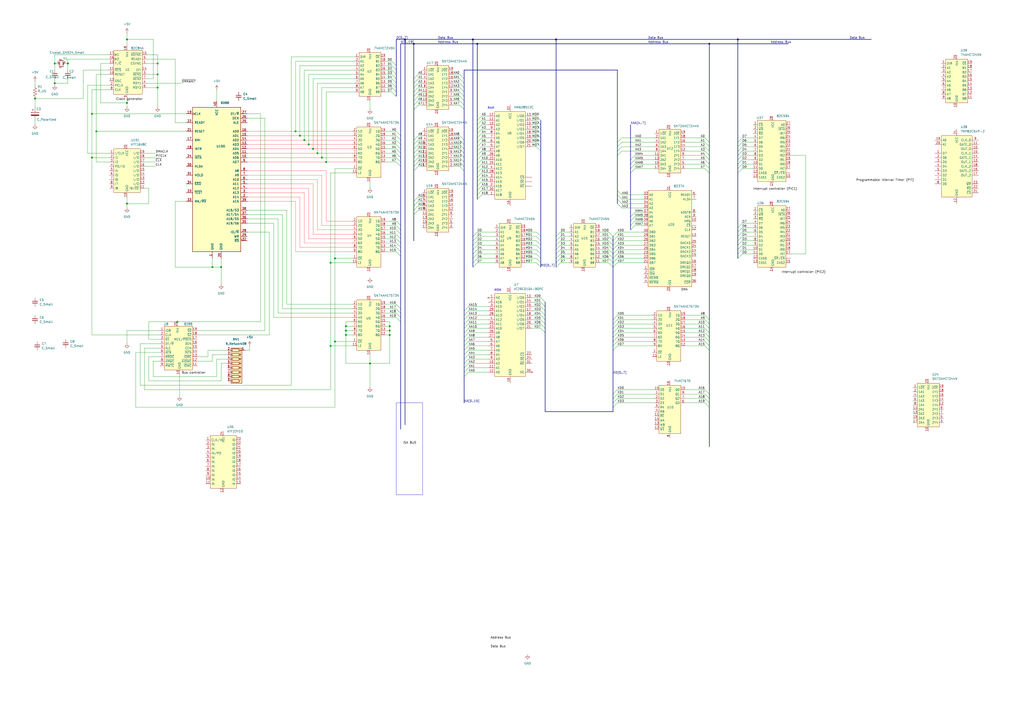
<source format=kicad_sch>
(kicad_sch (version 20231120) (generator "eeschema") (generator_version "8.0")
  (paper "A2")
  (lib_symbols
    (symbol "82C84A_1"
      (property "Reference" "U" (at 0.508 0.762 0))
      (property "Value" "82C84A" (at 7.62 -11.43 90))
      (symbol "82C84A_1_1_1"
        (pin input line (at 19.05 -7.62 180) (length 2.54) (name "CSYNC") (number "1"))
        (pin output line (at -2.54 -13.97 0) (length 2.54) (name "RESET") (number "10"))
        (pin input line (at -2.54 -11.43 0) (length 2.54) (name "~{RES}") (number "11"))
        (pin output line (at -2.54 -17.78 0) (length 2.54) (name "OSC") (number "12"))
        (pin input line (at -2.54 -7.62 0) (length 2.54) (name "F/~{C}") (number "13"))
        (pin input line (at 19.05 -11.43 180) (length 2.54) (name "EFI") (number "14"))
        (pin input line (at 19.05 -2.54 180) (length 2.54) (name "~{ASYNC}") (number "15"))
        (pin input clock (at -2.54 -5.08 0) (length 2.54) (name "X2") (number "16"))
        (pin input clock (at -2.54 -2.54 0) (length 2.54) (name "X1") (number "17"))
        (pin power_in line (at 7.62 2.54 270) (length 2.54) (name "Vcc") (number "18"))
        (pin output line (at -2.54 -20.32 0) (length 2.54) (name "PCLK") (number "2"))
        (pin input line (at 19.05 -13.97 180) (length 2.54) (name "~{AEN1}") (number "3"))
        (pin input line (at 19.05 -19.05 180) (length 2.54) (name "RDY1") (number "4"))
        (pin output line (at 19.05 -5.08 180) (length 2.54) (name "READY") (number "5"))
        (pin input line (at 19.05 -21.59 180) (length 2.54) (name "RDY2") (number "6"))
        (pin input line (at 19.05 -16.51 180) (length 2.54) (name "~{AEN2}") (number "7"))
        (pin output line (at -2.54 -22.86 0) (length 2.54) (name "CLK") (number "8"))
        (pin power_in line (at 7.62 -27.94 90) (length 2.54) (name "GND") (number "9"))
      )
    )
    (symbol "Custom:74AHCT245N"
      (property "Reference" "U" (at 0.508 0.762 0))
      (property "Value" "74AHCT245N" (at 6.604 -12.446 90))
      (symbol "74AHCT245N_1_1"
        (pin input line (at -2.54 -2.54 0) (length 2.54) (name "DIR") (number "1"))
        (pin power_in line (at 6.35 -27.94 90) (length 2.54) (name "GND") (number "10"))
        (pin bidirectional line (at 15.24 -22.86 180) (length 2.54) (name "B8") (number "11"))
        (pin bidirectional line (at 15.24 -20.32 180) (length 2.54) (name "B7") (number "12"))
        (pin bidirectional line (at 15.24 -17.78 180) (length 2.54) (name "B6") (number "13"))
        (pin bidirectional line (at 15.24 -15.24 180) (length 2.54) (name "B5") (number "14"))
        (pin bidirectional line (at 15.24 -12.7 180) (length 2.54) (name "B4") (number "15"))
        (pin bidirectional line (at 15.24 -10.16 180) (length 2.54) (name "B3") (number "16"))
        (pin bidirectional line (at 15.24 -7.62 180) (length 2.54) (name "B2") (number "17"))
        (pin bidirectional line (at 15.24 -5.08 180) (length 2.54) (name "B1") (number "18"))
        (pin input line (at 15.24 -2.54 180) (length 2.54) (name "~{OE}") (number "19"))
        (pin bidirectional line (at -2.54 -5.08 0) (length 2.54) (name "A1") (number "2"))
        (pin power_in line (at 6.35 2.54 270) (length 2.54) (name "Vcc") (number "20"))
        (pin bidirectional line (at -2.54 -7.62 0) (length 2.54) (name "A2") (number "3"))
        (pin bidirectional line (at -2.54 -10.16 0) (length 2.54) (name "A3") (number "4"))
        (pin bidirectional line (at -2.54 -12.7 0) (length 2.54) (name "A4") (number "5"))
        (pin bidirectional line (at -2.54 -15.24 0) (length 2.54) (name "A5") (number "6"))
        (pin bidirectional line (at -2.54 -17.78 0) (length 2.54) (name "A6") (number "7"))
        (pin bidirectional line (at -2.54 -20.32 0) (length 2.54) (name "A7") (number "8"))
        (pin input line (at -2.54 -22.86 0) (length 2.54) (name "A8") (number "9"))
      )
    )
    (symbol "Custom:74HCT670"
      (property "Reference" "U" (at 0.508 0.762 0))
      (property "Value" "74HCT670" (at 6.604 -13.97 90))
      (symbol "74HCT670_1_1"
        (pin input line (at -2.54 -5.08 0) (length 2.54) (name "D1") (number "1"))
        (pin tri_state line (at 15.24 -2.54 180) (length 2.54) (name "Q0") (number "10"))
        (pin input line (at -2.54 -17.78 0) (length 2.54) (name "~{RE}") (number "11"))
        (pin input line (at -2.54 -25.4 0) (length 2.54) (name "~{WE}") (number "12"))
        (pin input line (at -2.54 -22.86 0) (length 2.54) (name "WB") (number "13"))
        (pin input line (at -2.54 -20.32 0) (length 2.54) (name "WA") (number "14"))
        (pin input line (at -2.54 -2.54 0) (length 2.54) (name "D0") (number "15"))
        (pin power_in line (at 6.35 2.54 270) (length 2.54) (name "Vcc") (number "16"))
        (pin input line (at -2.54 -7.62 0) (length 2.54) (name "D2") (number "2"))
        (pin input line (at -2.54 -10.16 0) (length 2.54) (name "D3") (number "3"))
        (pin input line (at -2.54 -15.24 0) (length 2.54) (name "RB") (number "4"))
        (pin input line (at -2.54 -12.7 0) (length 2.54) (name "RA") (number "5"))
        (pin tri_state line (at 15.24 -10.16 180) (length 2.54) (name "Q3") (number "6"))
        (pin tri_state line (at 15.24 -7.62 180) (length 2.54) (name "Q2") (number "7"))
        (pin power_in line (at 6.35 -30.48 90) (length 2.54) (name "GND") (number "8"))
        (pin tri_state line (at 15.24 -5.08 180) (length 2.54) (name "Q1") (number "9"))
      )
    )
    (symbol "Custom:8237A"
      (property "Reference" "U" (at 0.508 1.016 0))
      (property "Value" "8237A" (at 12.7 -22.606 90))
      (symbol "8237A_1_1"
        (pin input line (at 27.94 -20.32 180) (length 2.54) (name "~{CS}") (number ""))
        (pin bidirectional line (at -2.54 -45.72 0) (length 2.54) (name "~{IOR}") (number "1"))
        (pin output line (at 27.94 -17.78 180) (length 2.54) (name "HRQ") (number "10"))
        (pin input line (at 27.94 -22.86 180) (length 2.54) (name "CLK") (number "12"))
        (pin input line (at 27.94 -26.67 180) (length 2.54) (name "RESET") (number "13"))
        (pin output line (at 27.94 -35.56 180) (length 2.54) (name "DACK2") (number "14"))
        (pin output line (at 27.94 -38.1 180) (length 2.54) (name "DACK3") (number "15"))
        (pin input line (at 27.94 -41.91 180) (length 2.54) (name "DREQ3") (number "16"))
        (pin input line (at 27.94 -44.45 180) (length 2.54) (name "DREQ2") (number "17"))
        (pin input line (at 27.94 -46.99 180) (length 2.54) (name "DREQ1") (number "18"))
        (pin input line (at 27.94 -49.53 180) (length 2.54) (name "DREQ0") (number "19"))
        (pin bidirectional line (at -2.54 -48.26 0) (length 2.54) (name "~{IOW}") (number "2"))
        (pin power_in line (at 12.7 -58.42 90) (length 2.54) (name "VSS") (number "20"))
        (pin input line (at -2.54 -41.91 0) (length 2.54) (name "DB7") (number "21"))
        (pin input line (at -2.54 -39.37 0) (length 2.54) (name "DB6") (number "22"))
        (pin input line (at -2.54 -36.83 0) (length 2.54) (name "DB5") (number "23"))
        (pin output line (at 27.94 -33.02 180) (length 2.54) (name "DACK1") (number "24"))
        (pin output line (at 27.94 -30.48 180) (length 2.54) (name "DACK0") (number "25"))
        (pin input line (at -2.54 -29.21 0) (length 2.54) (name "DB2") (number "26"))
        (pin input line (at -2.54 -34.29 0) (length 2.54) (name "DB4") (number "26"))
        (pin input line (at -2.54 -31.75 0) (length 2.54) (name "DB3") (number "27"))
        (pin input line (at -2.54 -26.67 0) (length 2.54) (name "DB1") (number "29"))
        (pin output line (at -2.54 -50.8 0) (length 2.54) (name "~{MEMR}") (number "3"))
        (pin input line (at -2.54 -24.13 0) (length 2.54) (name "DB0") (number "30"))
        (pin power_in line (at 12.7 2.54 270) (length 2.54) (name "VCC") (number "31"))
        (pin bidirectional line (at -2.54 -2.54 0) (length 2.54) (name "A0") (number "32"))
        (pin bidirectional line (at -2.54 -5.08 0) (length 2.54) (name "A1") (number "33"))
        (pin bidirectional line (at -2.54 -7.62 0) (length 2.54) (name "A2") (number "34"))
        (pin bidirectional line (at -2.54 -10.16 0) (length 2.54) (name "A3") (number "35"))
        (pin bidirectional line (at 27.94 -53.34 180) (length 2.54) (name "~{EOP}") (number "36"))
        (pin output line (at -2.54 -12.7 0) (length 2.54) (name "A4") (number "37"))
        (pin output line (at -2.54 -15.24 0) (length 2.54) (name "A5") (number "38"))
        (pin output line (at -2.54 -17.78 0) (length 2.54) (name "A6") (number "39"))
        (pin output line (at -2.54 -53.34 0) (length 2.54) (name "~{MEMW}") (number "4"))
        (pin output line (at -2.54 -20.32 0) (length 2.54) (name "A7") (number "40"))
        (pin input line (at 27.94 -2.54 180) (length 2.54) (name "READY") (number "6"))
        (pin input line (at 27.94 -5.08 180) (length 2.54) (name "HLDA") (number "7"))
        (pin output line (at 27.94 -12.7 180) (length 2.54) (name "ADSTB") (number "8"))
        (pin output line (at 27.94 -15.24 180) (length 2.54) (name "AEN") (number "9"))
      )
    )
    (symbol "Custom:82C59A"
      (property "Reference" "U" (at 0.508 1.016 0))
      (property "Value" "82C59A" (at 8.636 -16.256 90))
      (symbol "82C59A_1_1"
        (pin input line (at 19.05 -30.48 180) (length 2.54) (name "~{SP}/~{EN}") (number ""))
        (pin input line (at -2.54 -2.54 0) (length 2.54) (name "~{CS}") (number "1"))
        (pin input line (at -2.54 -25.4 0) (length 2.54) (name "D1") (number "10"))
        (pin input line (at -2.54 -27.94 0) (length 2.54) (name "D0") (number "11"))
        (pin input line (at -2.54 -30.48 0) (length 2.54) (name "CAS0") (number "12"))
        (pin input line (at -2.54 -33.02 0) (length 2.54) (name "CAS1") (number "13"))
        (pin power_in line (at 8.89 -38.1 90) (length 2.54) (name "GND") (number "14"))
        (pin input line (at 19.05 -33.02 180) (length 2.54) (name "CAS2") (number "15"))
        (pin input line (at 19.05 -27.94 180) (length 2.54) (name "INT") (number "17"))
        (pin input line (at 19.05 -25.4 180) (length 2.54) (name "IR0") (number "18"))
        (pin input line (at 19.05 -22.86 180) (length 2.54) (name "IR1") (number "19"))
        (pin input line (at -2.54 -5.08 0) (length 2.54) (name "~{WR}") (number "2"))
        (pin input line (at 19.05 -20.32 180) (length 2.54) (name "IR2") (number "20"))
        (pin input line (at 19.05 -17.78 180) (length 2.54) (name "IR3") (number "21"))
        (pin input line (at 19.05 -15.24 180) (length 2.54) (name "IR4") (number "22"))
        (pin input line (at 19.05 -12.7 180) (length 2.54) (name "IR5") (number "23"))
        (pin input line (at 19.05 -10.16 180) (length 2.54) (name "IR6") (number "24"))
        (pin input line (at 19.05 -7.62 180) (length 2.54) (name "IR7") (number "25"))
        (pin input line (at 19.05 -5.08 180) (length 2.54) (name "~{INTA}") (number "26"))
        (pin input line (at 19.05 -2.54 180) (length 2.54) (name "A0") (number "27"))
        (pin power_in line (at 8.89 2.54 270) (length 2.54) (name "VCC") (number "28"))
        (pin input line (at -2.54 -7.62 0) (length 2.54) (name "~{RD}") (number "3"))
        (pin input line (at -2.54 -10.16 0) (length 2.54) (name "D7") (number "4"))
        (pin input line (at -2.54 -12.7 0) (length 2.54) (name "D6") (number "5"))
        (pin input line (at -2.54 -15.24 0) (length 2.54) (name "D5") (number "6"))
        (pin input line (at -2.54 -17.78 0) (length 2.54) (name "D4") (number "7"))
        (pin input line (at -2.54 -20.32 0) (length 2.54) (name "D3") (number "8"))
        (pin input line (at -2.54 -22.86 0) (length 2.54) (name "D2") (number "9"))
      )
    )
    (symbol "Custom:82C88"
      (property "Reference" "U" (at 0.508 0.762 0))
      (property "Value" "8288" (at 8.382 -12.192 90))
      (symbol "82C88_1_1"
        (pin input line (at -2.54 -2.54 0) (length 2.54) (name "IOB") (number "1"))
        (pin power_in line (at 8.89 -27.94 90) (length 2.54) (name "GND") (number "10"))
        (pin output line (at 19.05 -22.86 180) (length 2.54) (name "~{IOWC}") (number "11"))
        (pin output line (at 19.05 -20.32 180) (length 2.54) (name "~{AIOWC}") (number "12"))
        (pin output line (at 19.05 -17.78 180) (length 2.54) (name "~{IORC}") (number "13"))
        (pin output line (at 19.05 -15.24 180) (length 2.54) (name "~{INTA}") (number "14"))
        (pin input line (at 19.05 -12.7 180) (length 2.54) (name "CEN") (number "15"))
        (pin output line (at 19.05 -10.16 180) (length 2.54) (name "DEN") (number "16"))
        (pin output line (at 19.05 -7.62 180) (length 2.54) (name "MCE/~{PDEN}") (number "17"))
        (pin input line (at 19.05 -5.08 180) (length 2.54) (name "~{S2}") (number "18"))
        (pin input line (at 19.05 -2.54 180) (length 2.54) (name "~{S0}") (number "19"))
        (pin input line (at -2.54 -5.08 0) (length 2.54) (name "CLK") (number "2"))
        (pin power_in line (at 7.62 2.54 270) (length 2.54) (name "Vcc") (number "20"))
        (pin input line (at -2.54 -7.62 0) (length 2.54) (name "~{S1}") (number "3"))
        (pin output line (at -2.54 -10.16 0) (length 2.54) (name "DT/~{R}") (number "4"))
        (pin output line (at -2.54 -12.7 0) (length 2.54) (name "ALE") (number "5"))
        (pin input line (at -2.54 -15.24 0) (length 2.54) (name "~{AEN}") (number "6"))
        (pin output line (at -2.54 -17.78 0) (length 2.54) (name "~{MRDC}") (number "7"))
        (pin output line (at -2.54 -20.32 0) (length 2.54) (name "~{AMWC}") (number "8"))
        (pin output line (at -2.54 -22.86 0) (length 2.54) (name "~{MWTC}") (number "9"))
      )
    )
    (symbol "Custom:AT29C010A-90PC"
      (property "Reference" "U" (at 0.508 1.27 0))
      (property "Value" "AT29C010A-90PC" (at 8.636 -22.098 90))
      (symbol "AT29C010A-90PC_1_1"
        (pin no_connect line (at -3.81 -2.54 0) (length 3.81) (name "NC") (number "1"))
        (pin input line (at -3.81 -40.64 0) (length 3.81) (name "A2") (number "10"))
        (pin input line (at -3.81 -43.18 0) (length 3.81) (name "A1") (number "11"))
        (pin input line (at -3.81 -45.72 0) (length 3.81) (name "A0") (number "12"))
        (pin bidirectional line (at 21.59 -2.54 180) (length 3.81) (name "I/O0") (number "13"))
        (pin bidirectional line (at 21.59 -5.08 180) (length 3.81) (name "I/O1") (number "14"))
        (pin bidirectional line (at 21.59 -7.62 180) (length 3.81) (name "I/O2") (number "15"))
        (pin power_in line (at 8.89 -52.07 90) (length 3.81) (name "GND") (number "16"))
        (pin bidirectional line (at 21.59 -10.16 180) (length 3.81) (name "I/O3") (number "17"))
        (pin bidirectional line (at 21.59 -12.7 180) (length 3.81) (name "I/O4") (number "18"))
        (pin bidirectional line (at 21.59 -15.24 180) (length 3.81) (name "I/O5") (number "19"))
        (pin input line (at -3.81 -5.08 0) (length 3.81) (name "A16") (number "2"))
        (pin bidirectional line (at 21.59 -17.78 180) (length 3.81) (name "I/O6") (number "20"))
        (pin bidirectional line (at 21.59 -20.32 180) (length 3.81) (name "I/O7") (number "21"))
        (pin input line (at 21.59 -35.56 180) (length 3.81) (name "~{CE}") (number "22"))
        (pin input line (at -3.81 -20.32 0) (length 3.81) (name "A10") (number "23"))
        (pin input line (at 21.59 -38.1 180) (length 3.81) (name "~{OE}") (number "24"))
        (pin input line (at -3.81 -17.78 0) (length 3.81) (name "A11") (number "25"))
        (pin input line (at -3.81 -22.86 0) (length 3.81) (name "A9") (number "26"))
        (pin input line (at -3.81 -25.4 0) (length 3.81) (name "A8") (number "27"))
        (pin input line (at -3.81 -12.7 0) (length 3.81) (name "A13") (number "28"))
        (pin input line (at -3.81 -10.16 0) (length 3.81) (name "A14") (number "29"))
        (pin input line (at -3.81 -7.62 0) (length 3.81) (name "A15") (number "3"))
        (pin no_connect line (at 21.59 -45.72 180) (length 3.81) (name "NC") (number "30"))
        (pin input line (at 21.59 -40.64 180) (length 3.81) (name "~{WE}") (number "31"))
        (pin power_in line (at 8.89 3.81 270) (length 3.81) (name "VCC") (number "32"))
        (pin input line (at -3.81 -15.24 0) (length 3.81) (name "A12") (number "4"))
        (pin input line (at -3.81 -27.94 0) (length 3.81) (name "A7") (number "5"))
        (pin input line (at -3.81 -30.48 0) (length 3.81) (name "A6") (number "6"))
        (pin input line (at -3.81 -33.02 0) (length 3.81) (name "A5") (number "7"))
        (pin input line (at -3.81 -35.56 0) (length 3.81) (name "A4") (number "8"))
        (pin input line (at -3.81 -38.1 0) (length 3.81) (name "A3") (number "9"))
      )
    )
    (symbol "Custom:ATF16V8C"
      (property "Reference" "U" (at 0.508 0.762 0))
      (property "Value" "ATF16V8C" (at 14.732 1.27 0))
      (symbol "ATF16V8C_1_1"
        (pin input line (at -2.54 -2.54 0) (length 2.54) (name "I/CLK") (number "1"))
        (pin power_in line (at 7.62 -27.94 90) (length 2.54) (name "GND") (number "10"))
        (pin bidirectional line (at 17.78 -22.86 180) (length 2.54) (name "I9/~{OE}") (number "11"))
        (pin bidirectional line (at 17.78 -20.32 180) (length 2.54) (name "I/O") (number "12"))
        (pin bidirectional line (at 17.78 -17.78 180) (length 2.54) (name "I/O") (number "13"))
        (pin bidirectional line (at 17.78 -15.24 180) (length 2.54) (name "I/O") (number "14"))
        (pin bidirectional line (at 17.78 -12.7 180) (length 2.54) (name "I/O") (number "15"))
        (pin bidirectional line (at 17.78 -10.16 180) (length 2.54) (name "I/O") (number "16"))
        (pin bidirectional line (at 17.78 -7.62 180) (length 2.54) (name "I/O") (number "17"))
        (pin bidirectional line (at 17.78 -5.08 180) (length 2.54) (name "I/O") (number "18"))
        (pin bidirectional line (at 17.78 -2.54 180) (length 2.54) (name "I/O") (number "19"))
        (pin input line (at -2.54 -5.08 0) (length 2.54) (name "I1") (number "2"))
        (pin power_in line (at 7.62 2.54 270) (length 2.54) (name "VCC") (number "20"))
        (pin input line (at -2.54 -7.62 0) (length 2.54) (name "I2") (number "3"))
        (pin input line (at -2.54 -10.16 0) (length 2.54) (name "PD/I3") (number "4"))
        (pin input line (at -2.54 -12.7 0) (length 2.54) (name "I4") (number "5"))
        (pin input line (at -2.54 -15.24 0) (length 2.54) (name "I5") (number "6"))
        (pin input line (at -2.54 -17.78 0) (length 2.54) (name "I6") (number "7"))
        (pin input line (at -2.54 -20.32 0) (length 2.54) (name "I7") (number "8"))
        (pin input line (at -2.54 -22.86 0) (length 2.54) (name "I8") (number "9"))
      )
    )
    (symbol "Custom:ATF22V10"
      (property "Reference" "U" (at 0.254 0.762 0))
      (property "Value" "ATF22V10" (at 8.128 -18.034 90))
      (symbol "ATF22V10_1_1"
        (pin input line (at -2.54 -2.54 0) (length 2.54) (name "CLK/IN") (number "1"))
        (pin input line (at -2.54 -25.4 0) (length 2.54) (name "IN") (number "10"))
        (pin input line (at -2.54 -27.94 0) (length 2.54) (name "IN") (number "11"))
        (pin power_in line (at 7.62 -33.02 90) (length 2.54) (name "GND") (number "12"))
        (pin input line (at 17.78 -27.94 180) (length 2.54) (name "IN") (number "13"))
        (pin bidirectional line (at 17.78 -25.4 180) (length 2.54) (name "IO") (number "14"))
        (pin bidirectional line (at 17.78 -22.86 180) (length 2.54) (name "IO") (number "15"))
        (pin bidirectional line (at 17.78 -20.32 180) (length 2.54) (name "IO") (number "16"))
        (pin bidirectional line (at 17.78 -17.78 180) (length 2.54) (name "IO") (number "17"))
        (pin bidirectional line (at 17.78 -15.24 180) (length 2.54) (name "IO") (number "18"))
        (pin bidirectional line (at 17.78 -12.7 180) (length 2.54) (name "IO") (number "19"))
        (pin input line (at -2.54 -5.08 0) (length 2.54) (name "IN") (number "2"))
        (pin bidirectional line (at 17.78 -10.16 180) (length 2.54) (name "IO") (number "20"))
        (pin bidirectional line (at 17.78 -7.62 180) (length 2.54) (name "IO") (number "21"))
        (pin bidirectional line (at 17.78 -5.08 180) (length 2.54) (name "IO") (number "22"))
        (pin bidirectional line (at 17.78 -2.54 180) (length 2.54) (name "IO") (number "23"))
        (pin power_in line (at 7.62 2.54 270) (length 2.54) (name "Vcc") (number "24"))
        (pin input line (at -2.54 -7.62 0) (length 2.54) (name "IN") (number "3"))
        (pin input line (at -2.54 -10.16 0) (length 2.54) (name "IN/PD") (number "4"))
        (pin input line (at -2.54 -12.7 0) (length 2.54) (name "IN") (number "5"))
        (pin input line (at -2.54 -15.24 0) (length 2.54) (name "IN") (number "6"))
        (pin input line (at -2.54 -17.78 0) (length 2.54) (name "IN") (number "7"))
        (pin input line (at -2.54 -20.32 0) (length 2.54) (name "IN") (number "8"))
        (pin input line (at -2.54 -22.86 0) (length 2.54) (name "IN") (number "9"))
      )
    )
    (symbol "Custom:HM628512C"
      (property "Reference" "U" (at 0.508 1.016 0))
      (property "Value" "HM628512C" (at 8.89 -25.146 90))
      (symbol "HM628512C_1_1"
        (pin bidirectional line (at 21.59 -38.1 180) (length 3.81) (name "~{CS}") (number ""))
        (pin bidirectional line (at 21.59 -40.64 180) (length 3.81) (name "~{OE}") (number ""))
        (pin bidirectional line (at 21.59 -43.18 180) (length 3.81) (name "~{WE}") (number ""))
        (pin input line (at -3.81 -48.26 0) (length 3.81) (name "A18") (number "1"))
        (pin input line (at -3.81 -7.62 0) (length 3.81) (name "A2") (number "10"))
        (pin input line (at -3.81 -5.08 0) (length 3.81) (name "A1") (number "11"))
        (pin input line (at -3.81 -2.54 0) (length 3.81) (name "A0") (number "12"))
        (pin bidirectional line (at 21.59 -2.54 180) (length 3.81) (name "I/O0") (number "13"))
        (pin bidirectional line (at 21.59 -5.08 180) (length 3.81) (name "I/O1") (number "14"))
        (pin bidirectional line (at 21.59 -7.62 180) (length 3.81) (name "I/O2") (number "15"))
        (pin power_in line (at 8.89 -54.61 90) (length 3.81) (name "GND") (number "16"))
        (pin bidirectional line (at 21.59 -10.16 180) (length 3.81) (name "I/O3") (number "17"))
        (pin bidirectional line (at 21.59 -12.7 180) (length 3.81) (name "I/O4") (number "18"))
        (pin bidirectional line (at 21.59 -15.24 180) (length 3.81) (name "I/O5") (number "19"))
        (pin input line (at -3.81 -43.18 0) (length 3.81) (name "A16") (number "2"))
        (pin bidirectional line (at 21.59 -17.78 180) (length 3.81) (name "I/O6") (number "20"))
        (pin bidirectional line (at 21.59 -20.32 180) (length 3.81) (name "I/O7") (number "21"))
        (pin input line (at -3.81 -27.94 0) (length 3.81) (name "A10") (number "23"))
        (pin input line (at -3.81 -30.48 0) (length 3.81) (name "A11") (number "25"))
        (pin input line (at -3.81 -25.4 0) (length 3.81) (name "A9") (number "26"))
        (pin input line (at -3.81 -22.86 0) (length 3.81) (name "A8") (number "27"))
        (pin input line (at -3.81 -35.56 0) (length 3.81) (name "A13") (number "28"))
        (pin input line (at -3.81 -38.1 0) (length 3.81) (name "A14") (number "3"))
        (pin input line (at -3.81 -45.72 0) (length 3.81) (name "A17") (number "30"))
        (pin input line (at -3.81 -40.64 0) (length 3.81) (name "A15") (number "31"))
        (pin power_in line (at 8.89 3.81 270) (length 3.81) (name "VCC") (number "32"))
        (pin input line (at -3.81 -33.02 0) (length 3.81) (name "A12") (number "4"))
        (pin input line (at -3.81 -20.32 0) (length 3.81) (name "A7") (number "5"))
        (pin input line (at -3.81 -17.78 0) (length 3.81) (name "A6") (number "6"))
        (pin input line (at -3.81 -15.24 0) (length 3.81) (name "A5") (number "7"))
        (pin input line (at -3.81 -12.7 0) (length 3.81) (name "A4") (number "8"))
        (pin input line (at -3.81 -10.16 0) (length 3.81) (name "A3") (number "9"))
      )
    )
    (symbol "Custom:SN74AHCT244N"
      (property "Reference" "U" (at 0.508 0.762 0))
      (property "Value" "SN72AHCT244N" (at 6.35 -11.684 90))
      (symbol "SN74AHCT244N_1_1"
        (pin input line (at -2.54 -2.54 0) (length 2.54) (name "1~{OE}") (number "1"))
        (pin power_in line (at 6.35 -27.94 90) (length 2.54) (name "GND") (number "10"))
        (pin input line (at -2.54 -15.24 0) (length 2.54) (name "2A1") (number "11"))
        (pin output line (at 15.24 -12.7 180) (length 2.54) (name "1Y4") (number "12"))
        (pin input line (at -2.54 -17.78 0) (length 2.54) (name "2A2") (number "13"))
        (pin output line (at 15.24 -10.16 180) (length 2.54) (name "1Y3") (number "14"))
        (pin input line (at -2.54 -20.32 0) (length 2.54) (name "2A3") (number "15"))
        (pin output line (at 15.24 -7.62 180) (length 2.54) (name "1Y2") (number "16"))
        (pin input line (at -2.54 -22.86 0) (length 2.54) (name "2A4") (number "17"))
        (pin output line (at 15.24 -5.08 180) (length 2.54) (name "1Y1") (number "18"))
        (pin input line (at 15.24 -2.54 180) (length 2.54) (name "2~{OE}") (number "19"))
        (pin input line (at -2.54 -5.08 0) (length 2.54) (name "1A1") (number "2"))
        (pin power_in line (at 6.35 2.54 270) (length 2.54) (name "Vcc") (number "20"))
        (pin output line (at 15.24 -22.86 180) (length 2.54) (name "2Y4") (number "3"))
        (pin input line (at -2.54 -7.62 0) (length 2.54) (name "1A2") (number "4"))
        (pin output line (at 15.24 -20.32 180) (length 2.54) (name "2Y3") (number "5"))
        (pin input line (at -2.54 -10.16 0) (length 2.54) (name "1A3") (number "6"))
        (pin output line (at 15.24 -17.78 180) (length 2.54) (name "2Y2") (number "7"))
        (pin input line (at -2.54 -12.7 0) (length 2.54) (name "1A4") (number "8"))
        (pin output line (at 15.24 -15.24 180) (length 2.54) (name "2Y1") (number "9"))
      )
    )
    (symbol "Custom:TMP82C54P-2"
      (property "Reference" "U" (at 0.508 1.016 0))
      (property "Value" "TMP82C54P-2" (at 9.144 -15.494 90))
      (symbol "TMP82C54P-2_1_1"
        (pin bidirectional line (at -3.81 -10.16 0) (length 3.81) (name "D7") (number "1"))
        (pin output line (at 21.59 -7.62 180) (length 3.81) (name "OUT_0") (number "10"))
        (pin input line (at 21.59 -5.08 180) (length 3.81) (name "GATE_0") (number "11"))
        (pin power_in line (at 8.89 -39.37 90) (length 3.81) (name "GND") (number "12"))
        (pin output line (at 21.59 -15.24 180) (length 3.81) (name "OUT_1") (number "13"))
        (pin input line (at 21.59 -12.7 180) (length 3.81) (name "GATE_1") (number "14"))
        (pin input line (at 21.59 -10.16 180) (length 3.81) (name "CLK_1") (number "15"))
        (pin input line (at 21.59 -20.32 180) (length 3.81) (name "GATE_2") (number "16"))
        (pin output line (at 21.59 -22.86 180) (length 3.81) (name "OUT_2") (number "17"))
        (pin input line (at 21.59 -17.78 180) (length 3.81) (name "CLK_2") (number "18"))
        (pin input line (at -3.81 -2.54 0) (length 3.81) (name "A0") (number "19"))
        (pin bidirectional line (at -3.81 -12.7 0) (length 3.81) (name "D6") (number "2"))
        (pin input line (at -3.81 -5.08 0) (length 3.81) (name "A1") (number "20"))
        (pin input line (at 21.59 -33.02 180) (length 3.81) (name "~{CS}") (number "21"))
        (pin input line (at 21.59 -30.48 180) (length 3.81) (name "~{RD}") (number "22"))
        (pin input line (at 21.59 -27.94 180) (length 3.81) (name "~{WR}") (number "23"))
        (pin power_in line (at 8.89 3.81 270) (length 3.81) (name "VCC") (number "24"))
        (pin bidirectional line (at -3.81 -15.24 0) (length 3.81) (name "D5") (number "3"))
        (pin bidirectional line (at -3.81 -22.86 0) (length 3.81) (name "D2") (number "4"))
        (pin bidirectional line (at -3.81 -17.78 0) (length 3.81) (name "D4") (number "4"))
        (pin bidirectional line (at -3.81 -20.32 0) (length 3.81) (name "D3") (number "5"))
        (pin bidirectional line (at -3.81 -25.4 0) (length 3.81) (name "D1") (number "7"))
        (pin bidirectional line (at -3.81 -27.94 0) (length 3.81) (name "D0") (number "8"))
        (pin input line (at 21.59 -2.54 180) (length 3.81) (name "CLK_0") (number "9"))
      )
    )
    (symbol "Device:C_Polarized" (pin_numbers hide) (pin_names (offset 0.254))
      (property "Reference" "C" (at 0.635 2.54 0))
      (property "Value" "C_Polarized" (at 0.635 -2.54 0))
      (symbol "C_Polarized_1_1"
        (pin passive line (at 0 3.81 270) (length 2.794) (name "~") (number "1"))
        (pin passive line (at 0 -3.81 90) (length 2.794) (name "~") (number "2"))
      )
    )
    (symbol "Device:C_Small" (pin_numbers hide) (pin_names (offset 0.254) hide)
      (property "Reference" "C" (at 0.254 1.778 0))
      (property "Value" "C_Small" (at 0.254 -2.032 0))
      (symbol "C_Small_1_1"
        (pin passive line (at 0 2.54 270) (length 2.032) (name "~") (number "1"))
        (pin passive line (at 0 -2.54 90) (length 2.032) (name "~") (number "2"))
      )
    )
    (symbol "Device:Crystal_GND24_Small" (pin_names (offset 1.016) hide)
      (property "Reference" "Y" (at 1.27 4.445 0))
      (property "Value" "Crystal_GND24_Small" (at 1.27 2.54 0))
      (symbol "Crystal_GND24_Small_1_1"
        (pin passive line (at -2.54 0 0) (length 1.27) (name "1") (number "1"))
        (pin passive line (at 0 -2.54 90) (length 0.635) (name "2") (number "2"))
        (pin passive line (at 2.54 0 180) (length 1.27) (name "3") (number "3"))
        (pin passive line (at 0 2.54 270) (length 0.635) (name "4") (number "4"))
      )
    )
    (symbol "Device:R_Network08" (pin_names (offset 0) hide)
      (property "Reference" "RN" (at -12.7 0 90))
      (property "Value" "R_Network08" (at 10.16 0 90))
      (symbol "R_Network08_1_1"
        (pin passive line (at -10.16 5.08 270) (length 2.54) (name "common") (number "1"))
        (pin passive line (at -10.16 -5.08 90) (length 1.27) (name "R1") (number "2"))
        (pin passive line (at -7.62 -5.08 90) (length 1.27) (name "R2") (number "3"))
        (pin passive line (at -5.08 -5.08 90) (length 1.27) (name "R3") (number "4"))
        (pin passive line (at -2.54 -5.08 90) (length 1.27) (name "R4") (number "5"))
        (pin passive line (at 0 -5.08 90) (length 1.27) (name "R5") (number "6"))
        (pin passive line (at 2.54 -5.08 90) (length 1.27) (name "R6") (number "7"))
        (pin passive line (at 5.08 -5.08 90) (length 1.27) (name "R7") (number "8"))
        (pin passive line (at 7.62 -5.08 90) (length 1.27) (name "R8") (number "9"))
      )
    )
    (symbol "Device:R_US" (pin_numbers hide) (pin_names (offset 0))
      (property "Reference" "R" (at 2.54 0 90))
      (property "Value" "R_US" (at -2.54 0 90))
      (symbol "R_US_1_1"
        (pin passive line (at 0 3.81 270) (length 1.27) (name "~") (number "1"))
        (pin passive line (at 0 -3.81 90) (length 1.27) (name "~") (number "2"))
      )
    )
    (symbol "MCU_Intel:8088" (pin_names (offset 1.016))
      (property "Reference" "U" (at -12.7 43.18 0))
      (property "Value" "8088" (at 10.16 43.18 0))
      (symbol "8088_1_1"
        (pin power_in line (at -2.54 -45.72 90) (length 3.81) (name "GND") (number "1"))
        (pin bidirectional line (at 17.78 12.7 180) (length 3.81) (name "AD6") (number "10"))
        (pin bidirectional line (at 17.78 15.24 180) (length 3.81) (name "AD5") (number "11"))
        (pin bidirectional line (at 17.78 17.78 180) (length 3.81) (name "AD4") (number "12"))
        (pin bidirectional line (at 17.78 20.32 180) (length 3.81) (name "AD3") (number "13"))
        (pin bidirectional line (at 17.78 22.86 180) (length 3.81) (name "AD2") (number "14"))
        (pin bidirectional line (at 17.78 25.4 180) (length 3.81) (name "AD1") (number "15"))
        (pin bidirectional line (at 17.78 27.94 180) (length 3.81) (name "AD0") (number "16"))
        (pin input line (at -17.78 22.86 0) (length 3.81) (name "NMI") (number "17"))
        (pin input line (at -17.78 17.78 0) (length 3.81) (name "INTR") (number "18"))
        (pin input clock (at -17.78 38.1 0) (length 3.81) (name "CLK") (number "19"))
        (pin output line (at 17.78 -10.16 180) (length 3.81) (name "A14") (number "2"))
        (pin power_in line (at 2.54 -45.72 90) (length 3.81) (name "GND") (number "20"))
        (pin input line (at -17.78 27.94 0) (length 3.81) (name "RESET") (number "21"))
        (pin input line (at -17.78 33.02 0) (length 3.81) (name "READY") (number "22"))
        (pin input line (at -17.78 -7.62 0) (length 3.81) (name "~{TEST}") (number "23"))
        (pin output line (at -17.78 12.7 0) (length 3.81) (name "~{INTA}") (number "24"))
        (pin output line (at 17.78 33.02 180) (length 3.81) (name "ALE") (number "25"))
        (pin output line (at 17.78 35.56 180) (length 3.81) (name "DEN") (number "26"))
        (pin output line (at 17.78 38.1 180) (length 3.81) (name "DT/~{R}") (number "27"))
        (pin output line (at 17.78 -30.48 180) (length 3.81) (name "IO/~{M}") (number "28"))
        (pin output line (at 17.78 -33.02 180) (length 3.81) (name "WR") (number "29"))
        (pin output line (at 17.78 -7.62 180) (length 3.81) (name "A13") (number "3"))
        (pin output line (at -17.78 7.62 0) (length 3.81) (name "HLDA") (number "30"))
        (pin input line (at -17.78 2.54 0) (length 3.81) (name "HOLD") (number "31"))
        (pin output output_low (at 17.78 -35.56 180) (length 3.81) (name "~{RD}") (number "32"))
        (pin input line (at -17.78 -12.7 0) (length 3.81) (name "MN/~{MX}") (number "33"))
        (pin output line (at -17.78 -2.54 0) (length 3.81) (name "~{SSO}") (number "34"))
        (pin output line (at 17.78 -25.4 180) (length 3.81) (name "A19/S6") (number "35"))
        (pin output line (at 17.78 -22.86 180) (length 3.81) (name "A18/S5") (number "36"))
        (pin output line (at 17.78 -20.32 180) (length 3.81) (name "A17/S4") (number "37"))
        (pin output line (at 17.78 -17.78 180) (length 3.81) (name "A16/S3") (number "38"))
        (pin output line (at 17.78 -12.7 180) (length 3.81) (name "A15") (number "39"))
        (pin output line (at 17.78 -5.08 180) (length 3.81) (name "A12") (number "4"))
        (pin power_in line (at 0 45.72 270) (length 3.81) (name "VCC") (number "40"))
        (pin output line (at 17.78 -2.54 180) (length 3.81) (name "A11") (number "5"))
        (pin output line (at 17.78 0 180) (length 3.81) (name "A10") (number "6"))
        (pin output line (at 17.78 2.54 180) (length 3.81) (name "A9") (number "7"))
        (pin output line (at 17.78 5.08 180) (length 3.81) (name "A8") (number "8"))
        (pin bidirectional line (at 17.78 10.16 180) (length 3.81) (name "AD7") (number "9"))
      )
    )
    (symbol "SN74AHCT573N_1"
      (property "Reference" "U" (at 0.508 0.762 0))
      (property "Value" "SN74AHCT573N" (at 7.366 -14.224 90))
      (symbol "SN74AHCT573N_1_1_1"
        (pin input line (at -2.54 -24.13 0) (length 2.54) (name "~{OE}") (number "1"))
        (pin power_in line (at 7.62 -31.75 90) (length 2.54) (name "GND") (number "10"))
        (pin input line (at -2.54 -26.67 0) (length 2.54) (name "LE") (number "11"))
        (pin tri_state line (at 16.51 -20.32 180) (length 2.54) (name "8Q") (number "12"))
        (pin tri_state line (at 16.51 -17.78 180) (length 2.54) (name "7Q") (number "13"))
        (pin tri_state line (at 16.51 -15.24 180) (length 2.54) (name "6Q") (number "14"))
        (pin tri_state line (at 16.51 -12.7 180) (length 2.54) (name "5Q") (number "15"))
        (pin tri_state line (at 16.51 -10.16 180) (length 2.54) (name "4Q") (number "16"))
        (pin tri_state line (at 16.51 -7.62 180) (length 2.54) (name "3Q") (number "17"))
        (pin tri_state line (at 16.51 -5.08 180) (length 2.54) (name "2Q") (number "18"))
        (pin tri_state line (at 16.51 -2.54 180) (length 2.54) (name "1Q") (number "19"))
        (pin input line (at -2.54 -2.54 0) (length 2.54) (name "1D") (number "2"))
        (pin power_in line (at 7.62 2.54 270) (length 2.54) (name "Vcc") (number "20"))
        (pin input line (at -2.54 -5.08 0) (length 2.54) (name "2D") (number "3"))
        (pin input line (at -2.54 -7.62 0) (length 2.54) (name "3D") (number "4"))
        (pin input line (at -2.54 -10.16 0) (length 2.54) (name "4D") (number "5"))
        (pin input line (at -2.54 -12.7 0) (length 2.54) (name "5D") (number "6"))
        (pin input line (at -2.54 -15.24 0) (length 2.54) (name "6D") (number "7"))
        (pin input line (at -2.54 -17.78 0) (length 2.54) (name "7D") (number "8"))
        (pin input line (at -2.54 -20.32 0) (length 2.54) (name "8D") (number "9"))
      )
    )
    (symbol "SN74AHCT573N_2"
      (property "Reference" "U" (at 0.508 0.762 0))
      (property "Value" "SN74AHCT573N" (at 7.366 -14.224 90))
      (symbol "SN74AHCT573N_2_1_1"
        (pin input line (at -2.54 -24.13 0) (length 2.54) (name "~{OE}") (number "1"))
        (pin power_in line (at 7.62 -31.75 90) (length 2.54) (name "GND") (number "10"))
        (pin input line (at -2.54 -26.67 0) (length 2.54) (name "LE") (number "11"))
        (pin tri_state line (at 16.51 -20.32 180) (length 2.54) (name "8Q") (number "12"))
        (pin tri_state line (at 16.51 -17.78 180) (length 2.54) (name "7Q") (number "13"))
        (pin tri_state line (at 16.51 -15.24 180) (length 2.54) (name "6Q") (number "14"))
        (pin tri_state line (at 16.51 -12.7 180) (length 2.54) (name "5Q") (number "15"))
        (pin tri_state line (at 16.51 -10.16 180) (length 2.54) (name "4Q") (number "16"))
        (pin tri_state line (at 16.51 -7.62 180) (length 2.54) (name "3Q") (number "17"))
        (pin tri_state line (at 16.51 -5.08 180) (length 2.54) (name "2Q") (number "18"))
        (pin tri_state line (at 16.51 -2.54 180) (length 2.54) (name "1Q") (number "19"))
        (pin input line (at -2.54 -2.54 0) (length 2.54) (name "1D") (number "2"))
        (pin power_in line (at 7.62 2.54 270) (length 2.54) (name "Vcc") (number "20"))
        (pin input line (at -2.54 -5.08 0) (length 2.54) (name "2D") (number "3"))
        (pin input line (at -2.54 -7.62 0) (length 2.54) (name "3D") (number "4"))
        (pin input line (at -2.54 -10.16 0) (length 2.54) (name "4D") (number "5"))
        (pin input line (at -2.54 -12.7 0) (length 2.54) (name "5D") (number "6"))
        (pin input line (at -2.54 -15.24 0) (length 2.54) (name "6D") (number "7"))
        (pin input line (at -2.54 -17.78 0) (length 2.54) (name "7D") (number "8"))
        (pin input line (at -2.54 -20.32 0) (length 2.54) (name "8D") (number "9"))
      )
    )
    (symbol "power:+5V" (power) (pin_numbers hide) (pin_names (offset 0) hide)
      (property "Value" "+5V" (at 0 3.556 0))
      (symbol "+5V_1_1"
        (pin power_in line (at 0 0 90) (length 0) (name "~") (number "1"))
      )
    )
    (symbol "power:GND" (power) (pin_numbers hide) (pin_names (offset 0) hide)
      (property "Value" "GND" (at 0 -3.81 0))
      (symbol "GND_1_1"
        (pin power_in line (at 0 0 270) (length 0) (name "~") (number "1"))
      )
    )
  )
  (junction (at 31.75 36.83))
  (junction (at 186.69 91.44))
  (junction (at 179.07 83.82))
  (junction (at 322.58 22.86))
  (junction (at 234.95 22.86))
  (junction (at 214.63 210.82))
  (junction (at 20.32 57.15))
  (junction (at 240.03 25.4))
  (junction (at 53.34 66.04))
  (junction (at 73.66 59.69))
  (junction (at 91.44 36.83))
  (junction (at 173.99 78.74))
  (junction (at 102.87 186.69))
  (junction (at 200.66 191.77))
  (junction (at 274.32 22.86))
  (junction (at 171.45 76.2))
  (junction (at 55.88 76.2))
  (junction (at 226.06 191.77))
  (junction (at 53.34 91.44))
  (junction (at 276.86 25.4))
  (junction (at 191.77 200.66))
  (junction (at 226.06 189.23))
  (junction (at 176.53 81.28))
  (junction (at 200.66 189.23))
  (junction (at 226.06 194.31))
  (junction (at 123.19 154.94))
  (junction (at 73.66 118.11))
  (junction (at 128.27 154.94))
  (junction (at 189.23 93.98))
  (junction (at 91.44 43.18))
  (junction (at 31.75 48.26))
  (junction (at 73.66 22.86))
  (junction (at 427.99 22.86))
  (junction (at 194.31 198.12))
  (junction (at 181.61 86.36))
  (junction (at 191.77 152.4))
  (junction (at 91.44 50.8))
  (junction (at 200.66 194.31))
  (junction (at 411.48 25.4))
  (junction (at 184.15 88.9))
  (junction (at 194.31 149.86))
  (junction (at 39.37 36.83))
  (bus_entry (at 269.24 60.96) (size -2.54 -2.54))
  (bus_entry (at 322.58 149.86) (size 2.54 -2.54))
  (bus_entry (at 316.23 185.42) (size -2.54 -2.54))
  (bus_entry (at 427.99 92.71) (size 2.54 -2.54))
  (bus_entry (at 313.69 147.32) (size -2.54 -2.54))
  (bus_entry (at 411.48 100.33) (size -2.54 -2.54))
  (bus_entry (at 322.58 154.94) (size 2.54 -2.54))
  (bus_entry (at 427.99 85.09) (size 2.54 -2.54))
  (bus_entry (at 229.87 48.26) (size -2.54 -2.54))
  (bus_entry (at 355.6 149.86) (size -2.54 -2.54))
  (bus_entry (at 358.14 87.63) (size 2.54 -2.54))
  (bus_entry (at 240.03 48.26) (size 2.54 -2.54))
  (bus_entry (at 322.58 144.78) (size 2.54 -2.54))
  (bus_entry (at 276.86 102.87) (size 2.54 -2.54))
  (bus_entry (at 365.76 130.81) (size 2.54 -2.54))
  (bus_entry (at 269.24 50.8) (size -2.54 -2.54))
  (bus_entry (at 232.41 130.81) (size -2.54 -2.54))
  (bus_entry (at 313.69 82.55) (size -2.54 -2.54))
  (bus_entry (at 355.6 193.04) (size 2.54 -2.54))
  (bus_entry (at 427.99 144.78) (size 2.54 -2.54))
  (bus_entry (at 316.23 193.04) (size -2.54 -2.54))
  (bus_entry (at 411.48 87.63) (size -2.54 -2.54))
  (bus_entry (at 232.41 86.36) (size -2.54 -2.54))
  (bus_entry (at 274.32 147.32) (size 2.54 -2.54))
  (bus_entry (at 269.24 215.9) (size 2.54 -2.54))
  (bus_entry (at 232.41 81.28) (size -2.54 -2.54))
  (bus_entry (at 411.48 236.22) (size -2.54 -2.54))
  (bus_entry (at 240.03 91.44) (size 2.54 -2.54))
  (bus_entry (at 276.86 87.63) (size 2.54 -2.54))
  (bus_entry (at 358.14 115.57) (size 2.54 2.54))
  (bus_entry (at 269.24 205.74) (size 2.54 -2.54))
  (bus_entry (at 232.41 91.44) (size -2.54 -2.54))
  (bus_entry (at 274.32 139.7) (size 2.54 -2.54))
  (bus_entry (at 427.99 149.86) (size 2.54 -2.54))
  (bus_entry (at 276.86 74.93) (size 2.54 -2.54))
  (bus_entry (at 269.24 218.44) (size 2.54 -2.54))
  (bus_entry (at 313.69 69.85) (size -2.54 -2.54))
  (bus_entry (at 276.86 107.95) (size 2.54 -2.54))
  (bus_entry (at 269.24 48.26) (size -2.54 -2.54))
  (bus_entry (at 316.23 177.8) (size -2.54 -2.54))
  (bus_entry (at 358.14 90.17) (size 2.54 -2.54))
  (bus_entry (at 232.41 138.43) (size -2.54 -2.54))
  (bus_entry (at 313.69 152.4) (size -2.54 -2.54))
  (bus_entry (at 229.87 38.1) (size -2.54 -2.54))
  (bus_entry (at 240.03 55.88) (size 2.54 -2.54))
  (bus_entry (at 313.69 142.24) (size -2.54 -2.54))
  (bus_entry (at 274.32 144.78) (size 2.54 -2.54))
  (bus_entry (at 411.48 195.58) (size -2.54 -2.54))
  (bus_entry (at 232.41 88.9) (size -2.54 -2.54))
  (bus_entry (at 355.6 137.16) (size 2.54 -2.54))
  (bus_entry (at 269.24 93.98) (size -2.54 -2.54))
  (bus_entry (at 269.24 190.5) (size 2.54 -2.54))
  (bus_entry (at 229.87 43.18) (size -2.54 -2.54))
  (bus_entry (at 427.99 95.25) (size 2.54 -2.54))
  (bus_entry (at 276.86 82.55) (size 2.54 -2.54))
  (bus_entry (at 365.76 100.33) (size 2.54 -2.54))
  (bus_entry (at 365.76 97.79) (size 2.54 -2.54))
  (bus_entry (at 232.41 181.61) (size -2.54 -2.54))
  (bus_entry (at 240.03 81.28) (size 2.54 -2.54))
  (bus_entry (at 232.41 83.82) (size -2.54 -2.54))
  (bus_entry (at 427.99 147.32) (size 2.54 -2.54))
  (bus_entry (at 427.99 87.63) (size 2.54 -2.54))
  (bus_entry (at 427.99 137.16) (size 2.54 -2.54))
  (bus_entry (at 365.76 92.71) (size 2.54 -2.54))
  (bus_entry (at 316.23 190.5) (size -2.54 -2.54))
  (bus_entry (at 313.69 77.47) (size -2.54 -2.54))
  (bus_entry (at 269.24 53.34) (size -2.54 -2.54))
  (bus_entry (at 269.24 96.52) (size -2.54 -2.54))
  (bus_entry (at 411.48 85.09) (size -2.54 -2.54))
  (bus_entry (at 269.24 180.34) (size 2.54 -2.54))
  (bus_entry (at 411.48 203.2) (size -2.54 -2.54))
  (bus_entry (at 276.86 110.49) (size 2.54 -2.54))
  (bus_entry (at 411.48 190.5) (size -2.54 -2.54))
  (bus_entry (at 411.48 97.79) (size -2.54 -2.54))
  (bus_entry (at 411.48 90.17) (size -2.54 -2.54))
  (bus_entry (at 232.41 148.59) (size -2.54 -2.54))
  (bus_entry (at 240.03 53.34) (size 2.54 -2.54))
  (bus_entry (at 355.6 233.68) (size 2.54 -2.54))
  (bus_entry (at 411.48 231.14) (size -2.54 -2.54))
  (bus_entry (at 240.03 88.9) (size 2.54 -2.54))
  (bus_entry (at 322.58 139.7) (size 2.54 -2.54))
  (bus_entry (at 316.23 182.88) (size -2.54 -2.54))
  (bus_entry (at 355.6 228.6) (size 2.54 -2.54))
  (bus_entry (at 274.32 149.86) (size 2.54 -2.54))
  (bus_entry (at 232.41 186.69) (size -2.54 -2.54))
  (bus_entry (at 274.32 142.24) (size 2.54 -2.54))
  (bus_entry (at 355.6 142.24) (size 2.54 -2.54))
  (bus_entry (at 355.6 154.94) (size -2.54 -2.54))
  (bus_entry (at 276.86 92.71) (size 2.54 -2.54))
  (bus_entry (at 229.87 53.34) (size -2.54 -2.54))
  (bus_entry (at 411.48 185.42) (size -2.54 -2.54))
  (bus_entry (at 240.03 86.36) (size 2.54 -2.54))
  (bus_entry (at 355.6 203.2) (size 2.54 -2.54))
  (bus_entry (at 355.6 187.96) (size 2.54 -2.54))
  (bus_entry (at 240.03 96.52) (size 2.54 -2.54))
  (bus_entry (at 355.6 185.42) (size 2.54 -2.54))
  (bus_entry (at 269.24 63.5) (size -2.54 -2.54))
  (bus_entry (at 355.6 139.7) (size -2.54 -2.54))
  (bus_entry (at 358.14 82.55) (size 2.54 -2.54))
  (bus_entry (at 411.48 82.55) (size -2.54 -2.54))
  (bus_entry (at 355.6 190.5) (size 2.54 -2.54))
  (bus_entry (at 229.87 55.88) (size -2.54 -2.54))
  (bus_entry (at 240.03 60.96) (size 2.54 -2.54))
  (bus_entry (at 358.14 113.03) (size 2.54 2.54))
  (bus_entry (at 229.87 45.72) (size -2.54 -2.54))
  (bus_entry (at 240.03 63.5) (size 2.54 -2.54))
  (bus_entry (at 240.03 83.82) (size 2.54 -2.54))
  (bus_entry (at 355.6 149.86) (size 2.54 -2.54))
  (bus_entry (at 269.24 83.82) (size -2.54 -2.54))
  (bus_entry (at 313.69 139.7) (size -2.54 -2.54))
  (bus_entry (at 355.6 198.12) (size 2.54 -2.54))
  (bus_entry (at 276.86 72.39) (size 2.54 -2.54))
  (bus_entry (at 269.24 58.42) (size -2.54 -2.54))
  (bus_entry (at 355.6 195.58) (size 2.54 -2.54))
  (bus_entry (at 276.86 69.85) (size 2.54 -2.54))
  (bus_entry (at 355.6 139.7) (size 2.54 -2.54))
  (bus_entry (at 316.23 187.96) (size -2.54 -2.54))
  (bus_entry (at 358.14 85.09) (size 2.54 -2.54))
  (bus_entry (at 316.23 180.34) (size -2.54 -2.54))
  (bus_entry (at 232.41 184.15) (size -2.54 -2.54))
  (bus_entry (at 232.41 133.35) (size -2.54 -2.54))
  (bus_entry (at 269.24 203.2) (size 2.54 -2.54))
  (bus_entry (at 427.99 134.62) (size 2.54 -2.54))
  (bus_entry (at 427.99 139.7) (size 2.54 -2.54))
  (bus_entry (at 313.69 72.39) (size -2.54 -2.54))
  (bus_entry (at 276.86 77.47) (size 2.54 -2.54))
  (bus_entry (at 269.24 193.04) (size 2.54 -2.54))
  (bus_entry (at 269.24 185.42) (size 2.54 -2.54))
  (bus_entry (at 269.24 198.12) (size 2.54 -2.54))
  (bus_entry (at 411.48 228.6) (size -2.54 -2.54))
  (bus_entry (at 274.32 137.16) (size 2.54 -2.54))
  (bus_entry (at 240.03 121.92) (size 2.54 -2.54))
  (bus_entry (at 411.48 92.71) (size -2.54 -2.54))
  (bus_entry (at 355.6 236.22) (size 2.54 -2.54))
  (bus_entry (at 355.6 137.16) (size -2.54 -2.54))
  (bus_entry (at 276.86 80.01) (size 2.54 -2.54))
  (bus_entry (at 269.24 88.9) (size -2.54 -2.54))
  (bus_entry (at 411.48 200.66) (size -2.54 -2.54))
  (bus_entry (at 313.69 74.93) (size -2.54 -2.54))
  (bus_entry (at 427.99 142.24) (size 2.54 -2.54))
  (bus_entry (at 355.6 144.78) (size 2.54 -2.54))
  (bus_entry (at 427.99 132.08) (size 2.54 -2.54))
  (bus_entry (at 313.69 80.01) (size -2.54 -2.54))
  (bus_entry (at 269.24 208.28) (size 2.54 -2.54))
  (bus_entry (at 411.48 187.96) (size -2.54 -2.54))
  (bus_entry (at 232.41 179.07) (size -2.54 -2.54))
  (bus_entry (at 411.48 198.12) (size -2.54 -2.54))
  (bus_entry (at 232.41 146.05) (size -2.54 -2.54))
  (bus_entry (at 355.6 231.14) (size 2.54 -2.54))
  (bus_entry (at 269.24 195.58) (size 2.54 -2.54))
  (bus_entry (at 358.14 110.49) (size 2.54 2.54))
  (bus_entry (at 313.69 137.16) (size -2.54 -2.54))
  (bus_entry (at 232.41 140.97) (size -2.54 -2.54))
  (bus_entry (at 316.23 175.26) (size -2.54 -2.54))
  (bus_entry (at 240.03 124.46) (size 2.54 -2.54))
  (bus_entry (at 355.6 147.32) (size -2.54 -2.54))
  (bus_entry (at 276.86 100.33) (size 2.54 -2.54))
  (bus_entry (at 269.24 187.96) (size 2.54 -2.54))
  (bus_entry (at 411.48 95.25) (size -2.54 -2.54))
  (bus_entry (at 313.69 87.63) (size -2.54 -2.54))
  (bus_entry (at 322.58 137.16) (size 2.54 -2.54))
  (bus_entry (at 269.24 86.36) (size -2.54 -2.54))
  (bus_entry (at 232.41 78.74) (size -2.54 -2.54))
  (bus_entry (at 232.41 135.89) (size -2.54 -2.54))
  (bus_entry (at 427.99 90.17) (size 2.54 -2.54))
  (bus_entry (at 274.32 154.94) (size 2.54 -2.54))
  (bus_entry (at 276.86 97.79) (size 2.54 -2.54))
  (bus_entry (at 365.76 125.73) (size 2.54 -2.54))
  (bus_entry (at 240.03 99.06) (size 2.54 -2.54))
  (bus_entry (at 365.76 95.25) (size 2.54 -2.54))
  (bus_entry (at 313.69 144.78) (size -2.54 -2.54))
  (bus_entry (at 269.24 81.28) (size -2.54 -2.54))
  (bus_entry (at 269.24 182.88) (size 2.54 -2.54))
  (bus_entry (at 229.87 40.64) (size -2.54 -2.54))
  (bus_entry (at 269.24 55.88) (size -2.54 -2.54))
  (bus_entry (at 411.48 233.68) (size -2.54 -2.54))
  (bus_entry (at 427.99 82.55) (size 2.54 -2.54))
  (bus_entry (at 240.03 116.84) (size 2.54 -2.54))
  (bus_entry (at 322.58 147.32) (size 2.54 -2.54))
  (bus_entry (at 313.69 149.86) (size -2.54 -2.54))
  (bus_entry (at 355.6 144.78) (size -2.54 -2.54))
  (bus_entry (at 276.86 90.17) (size 2.54 -2.54))
  (bus_entry (at 355.6 152.4) (size 2.54 -2.54))
  (bus_entry (at 355.6 200.66) (size 2.54 -2.54))
  (bus_entry (at 427.99 100.33) (size 2.54 -2.54))
  (bus_entry (at 355.6 142.24) (size -2.54 -2.54))
  (bus_entry (at 269.24 45.72) (size -2.54 -2.54))
  (bus_entry (at 276.86 95.25) (size 2.54 -2.54))
  (bus_entry (at 240.03 58.42) (size 2.54 -2.54))
  (bus_entry (at 269.24 91.44) (size -2.54 -2.54))
  (bus_entry (at 411.48 193.04) (size -2.54 -2.54))
  (bus_entry (at 276.86 115.57) (size 2.54 -2.54))
  (bus_entry (at 240.03 45.72) (size 2.54 -2.54))
  (bus_entry (at 232.41 143.51) (size -2.54 -2.54))
  (bus_entry (at 240.03 93.98) (size 2.54 -2.54))
  (bus_entry (at 269.24 213.36) (size 2.54 -2.54))
  (bus_entry (at 427.99 97.79) (size 2.54 -2.54))
  (bus_entry (at 355.6 152.4) (size -2.54 -2.54))
  (bus_entry (at 313.69 154.94) (size -2.54 -2.54))
  (bus_entry (at 355.6 154.94) (size 2.54 -2.54))
  (bus_entry (at 269.24 210.82) (size 2.54 -2.54))
  (bus_entry (at 269.24 200.66) (size 2.54 -2.54))
  (bus_entry (at 276.86 113.03) (size 2.54 -2.54))
  (bus_entry (at 313.69 85.09) (size -2.54 -2.54))
  (bus_entry (at 276.86 85.09) (size 2.54 -2.54))
  (bus_entry (at 229.87 50.8) (size -2.54 -2.54))
  (bus_entry (at 365.76 133.35) (size 2.54 -2.54))
  (bus_entry (at 232.41 96.52) (size -2.54 -2.54))
  (bus_entry (at 365.76 128.27) (size 2.54 -2.54))
  (bus_entry (at 232.41 93.98) (size -2.54 -2.54))
  (bus_entry (at 355.6 147.32) (size 2.54 -2.54))
  (bus_entry (at 240.03 50.8) (size 2.54 -2.54))
  (bus_entry (at 269.24 99.06) (size -2.54 -2.54))
  (bus_entry (at 322.58 142.24) (size 2.54 -2.54))
  (bus_entry (at 274.32 152.4) (size 2.54 -2.54))
  (bus_entry (at 358.14 118.11) (size 2.54 2.54))
  (bus_entry (at 322.58 152.4) (size 2.54 -2.54))
  (bus_entry (at 276.86 105.41) (size 2.54 -2.54))
  (bus_entry (at 240.03 119.38) (size 2.54 -2.54))
  (wire (pts (xy 200.66 194.31) (xy 204.47 194.31)))
  (wire (pts (xy 173.99 114.3) (xy 143.51 114.3)) (stroke (width 0) (color 255 46 55 1)))
  (wire (pts (xy 397.51 182.88) (xy 408.94 182.88)))
  (bus (pts (xy 411.48 90.17) (xy 411.48 92.71)))
  (wire (pts (xy 358.14 187.96) (xy 378.46 187.96)))
  (wire (pts (xy 200.66 210.82) (xy 214.63 210.82)))
  (bus (pts (xy 240.03 25.4) (xy 276.86 25.4)))
  (wire (pts (xy 223.52 93.98) (xy 229.87 93.98)))
  (bus (pts (xy 269.24 88.9) (xy 269.24 91.44)))
  (bus (pts (xy 269.24 48.26) (xy 269.24 45.72)))
  (wire (pts (xy 262.89 55.88) (xy 266.7 55.88)))
  (wire (pts (xy 20.32 57.15) (xy 48.26 57.15)))
  (bus (pts (xy 411.48 203.2) (xy 411.48 228.6)))
  (bus (pts (xy 411.48 95.25) (xy 411.48 97.79)))
  (wire (pts (xy 368.3 128.27) (xy 373.38 128.27)))
  (wire (pts (xy 223.52 179.07) (xy 229.87 179.07)))
  (wire (pts (xy 83.82 91.44) (xy 90.17 91.44)))
  (bus (pts (xy 232.41 179.07) (xy 232.41 181.61)))
  (wire (pts (xy 143.51 121.92) (xy 166.37 121.92)))
  (wire (pts (xy 144.78 203.2) (xy 142.24 203.2)))
  (wire (pts (xy 223.52 83.82) (xy 229.87 83.82)))
  (wire (pts (xy 358.14 190.5) (xy 378.46 190.5)))
  (wire (pts (xy 308.61 182.88) (xy 313.69 182.88)))
  (wire (pts (xy 262.89 96.52) (xy 266.7 96.52)))
  (bus (pts (xy 269.24 193.04) (xy 269.24 195.58)))
  (wire (pts (xy 276.86 139.7) (xy 287.02 139.7)))
  (bus (pts (xy 240.03 93.98) (xy 240.03 96.52)))
  (wire (pts (xy 308.61 172.72) (xy 313.69 172.72)))
  (bus (pts (xy 269.24 99.06) (xy 269.24 180.34)))
  (wire (pts (xy 325.12 152.4) (xy 330.2 152.4)))
  (wire (pts (xy 102.87 186.69) (xy 151.13 186.69)))
  (wire (pts (xy 31.75 31.75) (xy 31.75 36.83)))
  (bus (pts (xy 232.41 184.15) (xy 232.41 186.69)))
  (wire (pts (xy 430.53 85.09) (xy 436.88 85.09)))
  (wire (pts (xy 271.78 195.58) (xy 283.21 195.58)))
  (bus (pts (xy 313.69 147.32) (xy 313.69 149.86)))
  (bus (pts (xy 232.41 81.28) (xy 232.41 83.82)))
  (wire (pts (xy 397.51 226.06) (xy 408.94 226.06)))
  (wire (pts (xy 279.4 67.31) (xy 283.21 67.31)))
  (wire (pts (xy 186.69 130.81) (xy 204.47 130.81)) (stroke (width 0) (color 255 46 55 1)))
  (wire (pts (xy 214.63 58.42) (xy 214.63 63.5)))
  (bus (pts (xy 269.24 185.42) (xy 269.24 187.96)))
  (wire (pts (xy 397.51 80.01) (xy 408.94 80.01)))
  (bus (pts (xy 269.24 213.36) (xy 269.24 215.9)))
  (wire (pts (xy 194.31 198.12) (xy 204.47 198.12)))
  (wire (pts (xy 271.78 208.28) (xy 283.21 208.28)))
  (bus (pts (xy 229.87 40.64) (xy 229.87 43.18)))
  (bus (pts (xy 269.24 91.44) (xy 269.24 93.98)))
  (wire (pts (xy 430.53 134.62) (xy 436.88 134.62)))
  (bus (pts (xy 276.86 100.33) (xy 276.86 102.87)))
  (wire (pts (xy 304.8 147.32) (xy 311.15 147.32)))
  (wire (pts (xy 223.52 88.9) (xy 229.87 88.9)))
  (bus (pts (xy 234.95 22.86) (xy 274.32 22.86)))
  (wire (pts (xy 223.52 146.05) (xy 229.87 146.05)))
  (wire (pts (xy 91.44 36.83) (xy 91.44 43.18)))
  (wire (pts (xy 88.9 218.44) (xy 125.73 218.44)))
  (wire (pts (xy 161.29 127) (xy 161.29 181.61)))
  (bus (pts (xy 313.69 139.7) (xy 313.69 142.24)))
  (wire (pts (xy 73.66 59.69) (xy 73.66 62.23)))
  (wire (pts (xy 276.86 147.32) (xy 287.02 147.32)))
  (wire (pts (xy 262.89 93.98) (xy 266.7 93.98)))
  (wire (pts (xy 73.66 114.3) (xy 73.66 118.11)))
  (bus (pts (xy 269.24 81.28) (xy 269.24 83.82)))
  (wire (pts (xy 368.3 95.25) (xy 379.73 95.25)))
  (wire (pts (xy 271.78 180.34) (xy 283.21 180.34)))
  (bus (pts (xy 276.86 107.95) (xy 276.86 110.49)))
  (wire (pts (xy 223.52 143.51) (xy 229.87 143.51)))
  (wire (pts (xy 242.57 53.34) (xy 245.11 53.34)))
  (bus (pts (xy 229.87 22.86) (xy 234.95 22.86)))
  (wire (pts (xy 179.07 109.22) (xy 143.51 109.22)) (stroke (width 0) (color 255 46 55 1)))
  (bus (pts (xy 276.86 82.55) (xy 276.86 85.09)))
  (wire (pts (xy 430.53 80.01) (xy 436.88 80.01)))
  (wire (pts (xy 242.57 45.72) (xy 245.11 45.72)))
  (wire (pts (xy 166.37 176.53) (xy 204.47 176.53)))
  (bus (pts (xy 274.32 137.16) (xy 274.32 139.7)))
  (wire (pts (xy 189.23 93.98) (xy 204.47 93.98)) (stroke (width 0) (color 255 46 55 1)))
  (bus (pts (xy 276.86 110.49) (xy 276.86 113.03)))
  (bus (pts (xy 232.41 86.36) (xy 232.41 88.9)))
  (wire (pts (xy 86.36 109.22) (xy 86.36 118.11)))
  (wire (pts (xy 123.19 154.94) (xy 128.27 154.94)))
  (wire (pts (xy 325.12 134.62) (xy 330.2 134.62)))
  (wire (pts (xy 20.32 57.15) (xy 20.32 62.23)))
  (bus (pts (xy 322.58 147.32) (xy 322.58 149.86)))
  (bus (pts (xy 313.69 74.93) (xy 313.69 77.47)))
  (bus (pts (xy 232.41 133.35) (xy 232.41 135.89)))
  (wire (pts (xy 85.09 45.72) (xy 88.9 45.72)))
  (bus (pts (xy 427.99 85.09) (xy 427.99 87.63)))
  (wire (pts (xy 189.23 53.34) (xy 189.23 93.98)))
  (bus (pts (xy 269.24 63.5) (xy 269.24 81.28)))
  (wire (pts (xy 123.19 149.86) (xy 123.19 154.94)))
  (wire (pts (xy 128.27 220.98) (xy 128.27 210.82)))
  (wire (pts (xy 430.53 87.63) (xy 436.88 87.63)))
  (wire (pts (xy 171.45 76.2) (xy 204.47 76.2)) (stroke (width 0) (color 255 46 55 1)))
  (wire (pts (xy 347.98 139.7) (xy 353.06 139.7)))
  (wire (pts (xy 271.78 177.8) (xy 283.21 177.8)))
  (wire (pts (xy 194.31 97.79) (xy 204.47 97.79)))
  (wire (pts (xy 271.78 210.82) (xy 283.21 210.82)))
  (bus (pts (xy 240.03 48.26) (xy 240.03 50.8)))
  (bus (pts (xy 322.58 139.7) (xy 322.58 142.24)))
  (wire (pts (xy 223.52 45.72) (xy 227.33 45.72)))
  (bus (pts (xy 365.76 95.25) (xy 365.76 97.79)))
  (wire (pts (xy 360.68 87.63) (xy 379.73 87.63)))
  (bus (pts (xy 411.48 228.6) (xy 411.48 231.14)))
  (wire (pts (xy 279.4 69.85) (xy 283.21 69.85)))
  (wire (pts (xy 194.31 149.86) (xy 204.47 149.86)))
  (wire (pts (xy 143.51 106.68) (xy 181.61 106.68)) (stroke (width 0) (color 255 46 55 1)))
  (bus (pts (xy 269.24 187.96) (xy 269.24 190.5)))
  (wire (pts (xy 262.89 81.28) (xy 266.7 81.28)))
  (wire (pts (xy 205.74 53.34) (xy 189.23 53.34)))
  (wire (pts (xy 123.19 205.74) (xy 132.08 205.74)))
  (wire (pts (xy 368.3 130.81) (xy 373.38 130.81)))
  (wire (pts (xy 156.21 134.62) (xy 143.51 134.62)))
  (bus (pts (xy 276.86 74.93) (xy 276.86 77.47)))
  (wire (pts (xy 200.66 194.31) (xy 200.66 210.82)))
  (wire (pts (xy 39.37 36.83) (xy 39.37 40.64)))
  (bus (pts (xy 316.23 193.04) (xy 316.23 238.76)))
  (bus (pts (xy 355.6 238.76) (xy 316.23 238.76)))
  (wire (pts (xy 173.99 78.74) (xy 204.47 78.74)) (stroke (width 0) (color 255 46 55 1)))
  (wire (pts (xy 31.75 36.83) (xy 33.02 36.83)))
  (bus (pts (xy 365.76 125.73) (xy 365.76 128.27)))
  (bus (pts (xy 229.87 50.8) (xy 229.87 53.34)))
  (wire (pts (xy 163.83 179.07) (xy 163.83 124.46)))
  (bus (pts (xy 232.41 78.74) (xy 232.41 81.28)))
  (wire (pts (xy 368.3 123.19) (xy 373.38 123.19)))
  (wire (pts (xy 39.37 36.83) (xy 38.1 36.83)))
  (wire (pts (xy 181.61 135.89) (xy 204.47 135.89)) (stroke (width 0) (color 255 46 55 1)))
  (bus (pts (xy 269.24 93.98) (xy 269.24 96.52)))
  (bus (pts (xy 355.6 152.4) (xy 355.6 154.94)))
  (bus (pts (xy 269.24 60.96) (xy 269.24 58.42)))
  (bus (pts (xy 240.03 124.46) (xy 240.03 139.7)))
  (wire (pts (xy 262.89 48.26) (xy 266.7 48.26)))
  (bus (pts (xy 427.99 90.17) (xy 427.99 92.71)))
  (wire (pts (xy 125.73 218.44) (xy 125.73 208.28)))
  (wire (pts (xy 128.27 154.94) (xy 128.27 165.1)))
  (wire (pts (xy 39.37 48.26) (xy 31.75 48.26)))
  (wire (pts (xy 153.67 68.58) (xy 153.67 191.77)))
  (bus (pts (xy 240.03 53.34) (xy 240.03 55.88)))
  (wire (pts (xy 186.69 101.6) (xy 186.69 130.81)) (stroke (width 0) (color 255 46 55 1)))
  (bus (pts (xy 365.76 72.39) (xy 365.76 92.71)))
  (wire (pts (xy 262.89 60.96) (xy 266.7 60.96)))
  (wire (pts (xy 223.52 38.1) (xy 227.33 38.1)))
  (wire (pts (xy 308.61 80.01) (xy 311.15 80.01)))
  (bus (pts (xy 411.48 85.09) (xy 411.48 87.63)))
  (wire (pts (xy 242.57 83.82) (xy 245.11 83.82)))
  (bus (pts (xy 427.99 22.86) (xy 505.46 22.86)))
  (wire (pts (xy 81.28 223.52) (xy 168.91 223.52)))
  (bus (pts (xy 269.24 215.9) (xy 269.24 218.44)))
  (bus (pts (xy 232.41 146.05) (xy 232.41 148.59)))
  (wire (pts (xy 50.8 49.53) (xy 63.5 49.53)))
  (wire (pts (xy 92.71 199.39) (xy 81.28 199.39)))
  (wire (pts (xy 358.14 139.7) (xy 373.38 139.7)))
  (wire (pts (xy 358.14 233.68) (xy 379.73 233.68)))
  (wire (pts (xy 368.3 90.17) (xy 379.73 90.17)))
  (wire (pts (xy 262.89 50.8) (xy 266.7 50.8)))
  (wire (pts (xy 189.23 99.06) (xy 189.23 128.27)) (stroke (width 0) (color 255 46 55 1)))
  (bus (pts (xy 229.87 22.86) (xy 229.87 38.1)))
  (wire (pts (xy 173.99 143.51) (xy 173.99 114.3)) (stroke (width 0) (color 255 46 55 1)))
  (wire (pts (xy 200.66 191.77) (xy 204.47 191.77)))
  (wire (pts (xy 358.14 193.04) (xy 378.46 193.04)))
  (wire (pts (xy 223.52 186.69) (xy 226.06 186.69)))
  (wire (pts (xy 308.61 185.42) (xy 313.69 185.42)))
  (bus (pts (xy 269.24 200.66) (xy 269.24 203.2)))
  (bus (pts (xy 322.58 152.4) (xy 322.58 154.94)))
  (bus (pts (xy 355.6 203.2) (xy 355.6 200.66)))
  (wire (pts (xy 276.86 134.62) (xy 287.02 134.62)))
  (wire (pts (xy 430.53 144.78) (xy 436.88 144.78)))
  (wire (pts (xy 430.53 147.32) (xy 436.88 147.32)))
  (wire (pts (xy 31.75 31.75) (xy 63.5 31.75)))
  (bus (pts (xy 232.41 138.43) (xy 232.41 140.97)))
  (wire (pts (xy 83.82 109.22) (xy 86.36 109.22)))
  (bus (pts (xy 322.58 137.16) (xy 322.58 139.7)))
  (wire (pts (xy 91.44 43.18) (xy 91.44 50.8)))
  (wire (pts (xy 223.52 140.97) (xy 229.87 140.97)))
  (wire (pts (xy 271.78 182.88) (xy 283.21 182.88)))
  (bus (pts (xy 269.24 58.42) (xy 269.24 55.88)))
  (wire (pts (xy 223.52 191.77) (xy 226.06 191.77)))
  (bus (pts (xy 355.6 198.12) (xy 355.6 195.58)))
  (bus (pts (xy 365.76 130.81) (xy 365.76 133.35)))
  (bus (pts (xy 269.24 203.2) (xy 269.24 205.74)))
  (bus (pts (xy 355.6 185.42) (xy 355.6 154.94)))
  (wire (pts (xy 304.8 142.24) (xy 311.15 142.24)))
  (wire (pts (xy 214.63 210.82) (xy 214.63 224.79)))
  (wire (pts (xy 204.47 184.15) (xy 158.75 184.15)))
  (wire (pts (xy 186.69 50.8) (xy 186.69 91.44)))
  (bus (pts (xy 313.69 152.4) (xy 313.69 154.94)))
  (wire (pts (xy 158.75 184.15) (xy 158.75 129.54)))
  (wire (pts (xy 242.57 88.9) (xy 245.11 88.9)))
  (wire (pts (xy 279.4 72.39) (xy 283.21 72.39)))
  (bus (pts (xy 427.99 134.62) (xy 427.99 137.16)))
  (bus (pts (xy 269.24 208.28) (xy 269.24 210.82)))
  (bus (pts (xy 240.03 50.8) (xy 240.03 53.34)))
  (wire (pts (xy 368.3 92.71) (xy 379.73 92.71)))
  (wire (pts (xy 308.61 82.55) (xy 311.15 82.55)))
  (wire (pts (xy 397.51 231.14) (xy 408.94 231.14)))
  (wire (pts (xy 191.77 200.66) (xy 191.77 226.06)))
  (wire (pts (xy 143.51 86.36) (xy 181.61 86.36)) (stroke (width 0) (color 255 46 55 1)))
  (wire (pts (xy 276.86 152.4) (xy 287.02 152.4)))
  (wire (pts (xy 86.36 118.11) (xy 73.66 118.11)))
  (wire (pts (xy 81.28 199.39) (xy 81.28 223.52)))
  (bus (pts (xy 427.99 139.7) (xy 427.99 142.24)))
  (wire (pts (xy 223.52 76.2) (xy 229.87 76.2)))
  (wire (pts (xy 276.86 149.86) (xy 287.02 149.86)))
  (wire (pts (xy 31.75 45.72) (xy 31.75 48.26)))
  (wire (pts (xy 242.57 48.26) (xy 245.11 48.26)))
  (wire (pts (xy 179.07 138.43) (xy 179.07 109.22)) (stroke (width 0) (color 255 46 55 1)))
  (wire (pts (xy 266.7 58.42) (xy 262.89 58.42)))
  (wire (pts (xy 205.74 50.8) (xy 186.69 50.8)))
  (wire (pts (xy 88.9 209.55) (xy 88.9 218.44)))
  (bus (pts (xy 411.48 190.5) (xy 411.48 193.04)))
  (wire (pts (xy 242.57 50.8) (xy 245.11 50.8)))
  (bus (pts (xy 313.69 142.24) (xy 313.69 144.78)))
  (wire (pts (xy 308.61 77.47) (xy 311.15 77.47)))
  (bus (pts (xy 313.69 72.39) (xy 313.69 74.93)))
  (wire (pts (xy 397.51 82.55) (xy 408.94 82.55)))
  (wire (pts (xy 184.15 104.14) (xy 143.51 104.14)) (stroke (width 0) (color 255 46 55 1)))
  (bus (pts (xy 365.76 92.71) (xy 365.76 95.25)))
  (wire (pts (xy 179.07 83.82) (xy 204.47 83.82)) (stroke (width 0) (color 255 46 55 1)))
  (wire (pts (xy 83.82 93.98) (xy 90.17 93.98)))
  (wire (pts (xy 179.07 138.43) (xy 204.47 138.43)) (stroke (width 0) (color 255 46 55 1)))
  (wire (pts (xy 143.51 88.9) (xy 184.15 88.9)) (stroke (width 0) (color 255 46 55 1)))
  (wire (pts (xy 262.89 78.74) (xy 266.7 78.74)))
  (wire (pts (xy 347.98 147.32) (xy 353.06 147.32)))
  (wire (pts (xy 242.57 114.3) (xy 245.11 114.3)))
  (bus (pts (xy 411.48 231.14) (xy 411.48 233.68)))
  (bus (pts (xy 240.03 55.88) (xy 240.03 58.42)))
  (bus (pts (xy 427.99 147.32) (xy 427.99 149.86)))
  (bus (pts (xy 240.03 25.4) (xy 240.03 45.72)))
  (bus (pts (xy 358.14 115.57) (xy 358.14 118.11)))
  (bus (pts (xy 274.32 149.86) (xy 274.32 152.4)))
  (bus (pts (xy 358.14 113.03) (xy 358.14 115.57)))
  (wire (pts (xy 194.31 198.12) (xy 194.31 236.22)))
  (wire (pts (xy 347.98 142.24) (xy 353.06 142.24)))
  (wire (pts (xy 397.51 92.71) (xy 408.94 92.71)))
  (bus (pts (xy 232.41 91.44) (xy 232.41 93.98)))
  (wire (pts (xy 143.51 78.74) (xy 173.99 78.74)) (stroke (width 0) (color 255 46 55 1)))
  (wire (pts (xy 304.8 152.4) (xy 311.15 152.4)))
  (wire (pts (xy 360.68 82.55) (xy 379.73 82.55)))
  (bus (pts (xy 427.99 137.16) (xy 427.99 139.7)))
  (wire (pts (xy 430.53 95.25) (xy 436.88 95.25)))
  (wire (pts (xy 271.78 185.42) (xy 283.21 185.42)))
  (bus (pts (xy 269.24 210.82) (xy 269.24 213.36)))
  (wire (pts (xy 360.68 80.01) (xy 379.73 80.01)))
  (bus (pts (xy 355.6 236.22) (xy 355.6 238.76)))
  (wire (pts (xy 143.51 68.58) (xy 153.67 68.58)))
  (bus (pts (xy 240.03 99.06) (xy 240.03 116.84)))
  (bus (pts (xy 232.41 88.9) (xy 232.41 91.44)))
  (wire (pts (xy 397.51 200.66) (xy 408.94 200.66)))
  (wire (pts (xy 39.37 36.83) (xy 39.37 34.29)))
  (bus (pts (xy 313.69 87.63) (xy 313.69 137.16)))
  (bus (pts (xy 316.23 182.88) (xy 316.23 185.42)))
  (wire (pts (xy 223.52 128.27) (xy 229.87 128.27)))
  (wire (pts (xy 279.4 82.55) (xy 283.21 82.55)))
  (wire (pts (xy 107.95 76.2) (xy 55.88 76.2)))
  (bus (pts (xy 313.69 77.47) (xy 313.69 80.01)))
  (wire (pts (xy 83.82 226.06) (xy 191.77 226.06)))
  (wire (pts (xy 143.51 83.82) (xy 179.07 83.82)) (stroke (width 0) (color 255 46 55 1)))
  (bus (pts (xy 322.58 144.78) (xy 322.58 147.32)))
  (wire (pts (xy 360.68 118.11) (xy 373.38 118.11)))
  (wire (pts (xy 360.68 85.09) (xy 379.73 85.09)))
  (bus (pts (xy 276.86 80.01) (xy 276.86 82.55)))
  (wire (pts (xy 308.61 177.8) (xy 313.69 177.8)))
  (wire (pts (xy 85.09 50.8) (xy 91.44 50.8)))
  (wire (pts (xy 262.89 45.72) (xy 266.7 45.72)))
  (wire (pts (xy 242.57 58.42) (xy 245.11 58.42)))
  (wire (pts (xy 48.26 40.64) (xy 63.5 40.64)))
  (wire (pts (xy 279.4 107.95) (xy 283.21 107.95)))
  (wire (pts (xy 78.74 204.47) (xy 78.74 236.22)))
  (wire (pts (xy 128.27 149.86) (xy 128.27 154.94)))
  (bus (pts (xy 274.32 139.7) (xy 274.32 142.24)))
  (bus (pts (xy 240.03 96.52) (xy 240.03 99.06)))
  (bus (pts (xy 411.48 236.22) (xy 411.48 259.08)))
  (wire (pts (xy 181.61 106.68) (xy 181.61 135.89)) (stroke (width 0) (color 255 46 55 1)))
  (wire (pts (xy 143.51 101.6) (xy 186.69 101.6)) (stroke (width 0) (color 255 46 55 1)))
  (wire (pts (xy 200.66 191.77) (xy 200.66 194.31)))
  (wire (pts (xy 304.8 137.16) (xy 311.15 137.16)))
  (bus (pts (xy 313.69 137.16) (xy 313.69 139.7)))
  (wire (pts (xy 360.68 120.65) (xy 373.38 120.65)))
  (wire (pts (xy 358.14 137.16) (xy 373.38 137.16)))
  (bus (pts (xy 276.86 113.03) (xy 276.86 115.57)))
  (wire (pts (xy 271.78 187.96) (xy 283.21 187.96)))
  (wire (pts (xy 242.57 55.88) (xy 245.11 55.88)))
  (wire (pts (xy 86.36 207.01) (xy 86.36 220.98)))
  (wire (pts (xy 358.14 152.4) (xy 373.38 152.4)))
  (wire (pts (xy 120.65 207.01) (xy 120.65 203.2)))
  (bus (pts (xy 276.86 85.09) (xy 276.86 87.63)))
  (bus (pts (xy 269.24 195.58) (xy 269.24 198.12)))
  (bus (pts (xy 427.99 144.78) (xy 427.99 147.32)))
  (wire (pts (xy 63.5 52.07) (xy 53.34 52.07)))
  (wire (pts (xy 308.61 72.39) (xy 311.15 72.39)))
  (wire (pts (xy 158.75 129.54) (xy 143.51 129.54)))
  (wire (pts (xy 430.53 142.24) (xy 436.88 142.24)))
  (wire (pts (xy 85.09 31.75) (xy 91.44 31.75)))
  (wire (pts (xy 101.6 154.94) (xy 123.19 154.94)))
  (wire (pts (xy 358.14 195.58) (xy 378.46 195.58)))
  (wire (pts (xy 20.32 46.99) (xy 20.32 49.53)))
  (bus (pts (xy 313.69 85.09) (xy 313.69 87.63)))
  (bus (pts (xy 276.86 97.79) (xy 276.86 100.33)))
  (wire (pts (xy 223.52 48.26) (xy 227.33 48.26)))
  (wire (pts (xy 184.15 133.35) (xy 204.47 133.35)) (stroke (width 0) (color 255 46 55 1)))
  (wire (pts (xy 205.74 35.56) (xy 171.45 35.56)))
  (bus (pts (xy 355.6 200.66) (xy 355.6 198.12)))
  (bus (pts (xy 316.23 190.5) (xy 316.23 193.04)))
  (wire (pts (xy 223.52 50.8) (xy 227.33 50.8)))
  (wire (pts (xy 358.14 231.14) (xy 379.73 231.14)))
  (wire (pts (xy 53.34 52.07) (xy 53.34 66.04)))
  (bus (pts (xy 411.48 233.68) (xy 411.48 236.22)))
  (wire (pts (xy 92.71 201.93) (xy 83.82 201.93)))
  (bus (pts (xy 232.41 83.82) (xy 232.41 86.36)))
  (wire (pts (xy 200.66 189.23) (xy 200.66 186.69)))
  (bus (pts (xy 229.87 53.34) (xy 229.87 55.88)))
  (wire (pts (xy 223.52 181.61) (xy 229.87 181.61)))
  (bus (pts (xy 269.24 218.44) (xy 269.24 233.68)))
  (wire (pts (xy 271.78 203.2) (xy 283.21 203.2)))
  (wire (pts (xy 262.89 88.9) (xy 266.7 88.9)))
  (wire (pts (xy 176.53 81.28) (xy 204.47 81.28)) (stroke (width 0) (color 255 46 55 1)))
  (wire (pts (xy 205.74 40.64) (xy 176.53 40.64)))
  (wire (pts (xy 325.12 147.32) (xy 330.2 147.32)))
  (bus (pts (xy 269.24 40.64) (xy 358.14 40.64)))
  (wire (pts (xy 242.57 96.52) (xy 245.11 96.52)))
  (wire (pts (xy 279.4 80.01) (xy 283.21 80.01)))
  (bus (pts (xy 276.86 92.71) (xy 276.86 95.25)))
  (bus (pts (xy 274.32 142.24) (xy 274.32 144.78)))
  (wire (pts (xy 20.32 69.85) (xy 20.32 72.39)))
  (bus (pts (xy 355.6 193.04) (xy 355.6 190.5)))
  (bus (pts (xy 269.24 205.74) (xy 269.24 208.28)))
  (wire (pts (xy 279.4 85.09) (xy 283.21 85.09)))
  (wire (pts (xy 143.51 76.2) (xy 171.45 76.2)) (stroke (width 0) (color 255 46 55 1)))
  (wire (pts (xy 304.8 134.62) (xy 311.15 134.62)))
  (wire (pts (xy 83.82 96.52) (xy 90.17 96.52)))
  (wire (pts (xy 163.83 124.46) (xy 143.51 124.46)))
  (wire (pts (xy 151.13 186.69) (xy 151.13 66.04)))
  (bus (pts (xy 269.24 96.52) (xy 269.24 99.06)))
  (wire (pts (xy 85.09 36.83) (xy 91.44 36.83)))
  (wire (pts (xy 279.4 77.47) (xy 283.21 77.47)))
  (wire (pts (xy 325.12 139.7) (xy 330.2 139.7)))
  (wire (pts (xy 92.71 194.31) (xy 53.34 194.31)))
  (bus (pts (xy 232.41 181.61) (xy 232.41 184.15)))
  (wire (pts (xy 279.4 74.93) (xy 283.21 74.93)))
  (wire (pts (xy 430.53 90.17) (xy 436.88 90.17)))
  (bus (pts (xy 355.6 187.96) (xy 355.6 185.42)))
  (bus (pts (xy 276.86 72.39) (xy 276.86 74.93)))
  (wire (pts (xy 58.42 59.69) (xy 73.66 59.69)))
  (wire (pts (xy 214.63 205.74) (xy 214.63 210.82)))
  (wire (pts (xy 176.53 140.97) (xy 204.47 140.97)) (stroke (width 0) (color 255 46 55 1)))
  (wire (pts (xy 397.51 90.17) (xy 408.94 90.17)))
  (wire (pts (xy 325.12 137.16) (xy 330.2 137.16)))
  (bus (pts (xy 276.86 87.63) (xy 276.86 90.17)))
  (wire (pts (xy 191.77 152.4) (xy 204.47 152.4)))
  (wire (pts (xy 205.74 45.72) (xy 181.61 45.72)))
  (wire (pts (xy 325.12 144.78) (xy 330.2 144.78)))
  (wire (pts (xy 358.14 185.42) (xy 378.46 185.42)))
  (bus (pts (xy 232.41 135.89) (xy 232.41 138.43)))
  (wire (pts (xy 279.4 110.49) (xy 283.21 110.49)))
  (bus (pts (xy 411.48 97.79) (xy 411.48 100.33)))
  (wire (pts (xy 176.53 111.76) (xy 176.53 140.97)) (stroke (width 0) (color 255 46 55 1)))
  (wire (pts (xy 114.3 207.01) (xy 120.65 207.01)))
  (bus (pts (xy 313.69 69.85) (xy 313.69 72.39)))
  (wire (pts (xy 223.52 81.28) (xy 229.87 81.28)))
  (wire (pts (xy 200.66 189.23) (xy 204.47 189.23)))
  (bus (pts (xy 269.24 50.8) (xy 269.24 48.26)))
  (wire (pts (xy 308.61 85.09) (xy 311.15 85.09)))
  (wire (pts (xy 397.51 190.5) (xy 408.94 190.5)))
  (wire (pts (xy 53.34 66.04) (xy 53.34 91.44)))
  (wire (pts (xy 156.21 194.31) (xy 156.21 134.62)))
  (wire (pts (xy 83.82 201.93) (xy 83.82 226.06)))
  (wire (pts (xy 279.4 97.79) (xy 283.21 97.79)))
  (bus (pts (xy 322.58 149.86) (xy 322.58 152.4)))
  (wire (pts (xy 226.06 186.69) (xy 226.06 189.23)))
  (wire (pts (xy 143.51 116.84) (xy 171.45 116.84)) (stroke (width 0) (color 255 46 55 1)))
  (wire (pts (xy 101.6 71.12) (xy 107.95 71.12)))
  (wire (pts (xy 223.52 40.64) (xy 227.33 40.64)))
  (wire (pts (xy 53.34 66.04) (xy 107.95 66.04)))
  (wire (pts (xy 308.61 175.26) (xy 313.69 175.26)))
  (wire (pts (xy 214.63 210.82) (xy 226.06 210.82)))
  (wire (pts (xy 430.53 97.79) (xy 436.88 97.79)))
  (wire (pts (xy 276.86 144.78) (xy 287.02 144.78)))
  (bus (pts (xy 240.03 88.9) (xy 240.03 91.44)))
  (wire (pts (xy 279.4 102.87) (xy 283.21 102.87)))
  (bus (pts (xy 316.23 187.96) (xy 316.23 190.5)))
  (bus (pts (xy 313.69 149.86) (xy 313.69 152.4)))
  (wire (pts (xy 73.66 57.15) (xy 73.66 59.69)))
  (bus (pts (xy 269.24 86.36) (xy 269.24 88.9)))
  (wire (pts (xy 223.52 78.74) (xy 229.87 78.74)))
  (bus (pts (xy 355.6 149.86) (xy 355.6 147.32)))
  (wire (pts (xy 308.61 187.96) (xy 313.69 187.96)))
  (wire (pts (xy 73.66 22.86) (xy 73.66 26.67)))
  (wire (pts (xy 92.71 209.55) (xy 88.9 209.55)))
  (wire (pts (xy 397.51 195.58) (xy 408.94 195.58)))
  (wire (pts (xy 168.91 223.52) (xy 168.91 33.02)))
  (wire (pts (xy 430.53 92.71) (xy 436.88 92.71)))
  (wire (pts (xy 85.09 48.26) (xy 105.41 48.26)))
  (bus (pts (xy 355.6 152.4) (xy 355.6 149.86)))
  (bus (pts (xy 229.87 48.26) (xy 229.87 50.8)))
  (wire (pts (xy 430.53 137.16) (xy 436.88 137.16)))
  (bus (pts (xy 240.03 60.96) (xy 240.03 63.5)))
  (bus (pts (xy 313.69 144.78) (xy 313.69 147.32)))
  (bus (pts (xy 316.23 180.34) (xy 316.23 182.88)))
  (bus (pts (xy 411.48 200.66) (xy 411.48 203.2)))
  (bus (pts (xy 229.87 45.72) (xy 229.87 48.26)))
  (wire (pts (xy 308.61 180.34) (xy 313.69 180.34)))
  (wire (pts (xy 153.67 191.77) (xy 114.3 191.77)))
  (wire (pts (xy 92.71 191.77) (xy 73.66 191.77)))
  (bus (pts (xy 276.86 90.17) (xy 276.86 92.71)))
  (wire (pts (xy 347.98 149.86) (xy 353.06 149.86)))
  (wire (pts (xy 397.51 87.63) (xy 408.94 87.63)))
  (bus (pts (xy 269.24 182.88) (xy 269.24 185.42)))
  (bus (pts (xy 358.14 90.17) (xy 358.14 110.49)))
  (wire (pts (xy 31.75 48.26) (xy 31.75 49.53)))
  (bus (pts (xy 276.86 25.4) (xy 276.86 69.85)))
  (bus (pts (xy 411.48 25.4) (xy 457.2 25.4)))
  (wire (pts (xy 262.89 43.18) (xy 266.7 43.18)))
  (wire (pts (xy 101.6 116.84) (xy 101.6 154.94)))
  (wire (pts (xy 271.78 215.9) (xy 283.21 215.9)))
  (bus (pts (xy 240.03 119.38) (xy 240.03 121.92)))
  (wire (pts (xy 347.98 152.4) (xy 353.06 152.4)))
  (wire (pts (xy 143.51 91.44) (xy 186.69 91.44)) (stroke (width 0) (color 255 46 55 1)))
  (wire (pts (xy 91.44 50.8) (xy 91.44 62.23)))
  (wire (pts (xy 397.51 187.96) (xy 408.94 187.96)))
  (bus (pts (xy 269.24 198.12) (xy 269.24 200.66)))
  (wire (pts (xy 205.74 48.26) (xy 184.15 48.26)))
  (wire (pts (xy 279.4 87.63) (xy 283.21 87.63)))
  (wire (pts (xy 223.52 130.81) (xy 229.87 130.81)))
  (wire (pts (xy 73.66 19.05) (xy 73.66 22.86)))
  (wire (pts (xy 397.51 97.79) (xy 408.94 97.79)))
  (wire (pts (xy 397.51 228.6) (xy 408.94 228.6)))
  (bus (pts (xy 355.6 144.78) (xy 355.6 147.32)))
  (wire (pts (xy 347.98 134.62) (xy 353.06 134.62)))
  (wire (pts (xy 458.47 147.32) (xy 467.36 147.32)))
  (wire (pts (xy 125.73 52.07) (xy 125.73 58.42)))
  (bus (pts (xy 355.6 233.68) (xy 355.6 231.14)))
  (wire (pts (xy 63.5 36.83) (xy 58.42 36.83)))
  (bus (pts (xy 355.6 137.16) (xy 355.6 139.7)))
  (wire (pts (xy 191.77 100.33) (xy 191.77 152.4)))
  (wire (pts (xy 186.69 91.44) (xy 204.47 91.44)) (stroke (width 0) (color 255 46 55 1)))
  (wire (pts (xy 271.78 190.5) (xy 283.21 190.5)))
  (wire (pts (xy 347.98 137.16) (xy 353.06 137.16)))
  (wire (pts (xy 91.44 31.75) (xy 91.44 36.83)))
  (wire (pts (xy 85.09 34.29) (xy 101.6 34.29)))
  (bus (pts (xy 269.24 190.5) (xy 269.24 193.04)))
  (wire (pts (xy 53.34 194.31) (xy 53.34 91.44)))
  (wire (pts (xy 358.14 198.12) (xy 378.46 198.12)))
  (bus (pts (xy 240.03 63.5) (xy 240.03 81.28)))
  (wire (pts (xy 397.51 85.09) (xy 408.94 85.09)))
  (wire (pts (xy 88.9 45.72) (xy 88.9 22.86)))
  (bus (pts (xy 411.48 100.33) (xy 411.48 185.42)))
  (bus (pts (xy 313.69 82.55) (xy 313.69 85.09)))
  (wire (pts (xy 242.57 81.28) (xy 245.11 81.28)))
  (wire (pts (xy 358.14 149.86) (xy 373.38 149.86)))
  (wire (pts (xy 397.51 95.25) (xy 408.94 95.25)))
  (bus (pts (xy 316.23 185.42) (xy 316.23 187.96)))
  (bus (pts (xy 276.86 105.41) (xy 276.86 107.95)))
  (wire (pts (xy 191.77 152.4) (xy 191.77 200.66)))
  (wire (pts (xy 123.19 209.55) (xy 123.19 205.74)))
  (bus (pts (xy 427.99 92.71) (xy 427.99 95.25)))
  (wire (pts (xy 308.61 190.5) (xy 313.69 190.5)))
  (wire (pts (xy 85.09 43.18) (xy 91.44 43.18)))
  (wire (pts (xy 262.89 86.36) (xy 266.7 86.36)))
  (wire (pts (xy 173.99 38.1) (xy 173.99 78.74)))
  (wire (pts (xy 171.45 35.56) (xy 171.45 76.2)))
  (wire (pts (xy 223.52 86.36) (xy 229.87 86.36)))
  (wire (pts (xy 226.06 191.77) (xy 226.06 194.31)))
  (wire (pts (xy 279.4 100.33) (xy 283.21 100.33)))
  (wire (pts (xy 205.74 38.1) (xy 173.99 38.1)))
  (bus (pts (xy 411.48 187.96) (xy 411.48 190.5)))
  (bus (pts (xy 232.41 140.97) (xy 232.41 143.51)))
  (bus (pts (xy 232.41 96.52) (xy 232.41 130.81)))
  (wire (pts (xy 223.52 184.15) (xy 229.87 184.15)))
  (wire (pts (xy 430.53 129.54) (xy 436.88 129.54)))
  (wire (pts (xy 223.52 35.56) (xy 227.33 35.56)))
  (bus (pts (xy 232.41 25.4) (xy 240.03 25.4)))
  (wire (pts (xy 92.71 207.01) (xy 86.36 207.01)))
  (wire (pts (xy 467.36 147.32) (xy 467.36 90.17)))
  (bus (pts (xy 269.24 55.88) (xy 269.24 53.34)))
  (bus (pts (xy 427.99 100.33) (xy 427.99 132.08)))
  (wire (pts (xy 166.37 121.92) (xy 166.37 176.53)))
  (wire (pts (xy 86.36 220.98) (xy 128.27 220.98)))
  (wire (pts (xy 179.07 43.18) (xy 179.07 83.82)))
  (wire (pts (xy 242.57 121.92) (xy 245.11 121.92)))
  (bus (pts (xy 411.48 195.58) (xy 411.48 198.12)))
  (bus (pts (xy 427.99 95.25) (xy 427.99 97.79)))
  (bus (pts (xy 427.99 132.08) (xy 427.99 134.62)))
  (wire (pts (xy 223.52 135.89) (xy 229.87 135.89)))
  (wire (pts (xy 226.06 189.23) (xy 226.06 191.77)))
  (wire (pts (xy 279.4 113.03) (xy 283.21 113.03)))
  (bus (pts (xy 240.03 116.84) (xy 240.03 119.38)))
  (wire (pts (xy 304.8 139.7) (xy 311.15 139.7)))
  (bus (pts (xy 269.24 63.5) (xy 269.24 60.96)))
  (wire (pts (xy 143.51 111.76) (xy 176.53 111.76)) (stroke (width 0) (color 255 46 55 1)))
  (wire (pts (xy 276.86 142.24) (xy 287.02 142.24)))
  (wire (pts (xy 107.95 116.84) (xy 101.6 116.84)))
  (wire (pts (xy 194.31 198.12) (xy 194.31 149.86)))
  (wire (pts (xy 151.13 66.04) (xy 143.51 66.04)))
  (bus (pts (xy 322.58 22.86) (xy 427.99 22.86)))
  (bus (pts (xy 316.23 177.8) (xy 316.23 180.34)))
  (bus (pts (xy 276.86 102.87) (xy 276.86 105.41)))
  (bus (pts (xy 365.76 97.79) (xy 365.76 100.33)))
  (wire (pts (xy 181.61 45.72) (xy 181.61 86.36)))
  (bus (pts (xy 411.48 198.12) (xy 411.48 200.66)))
  (wire (pts (xy 86.36 196.85) (xy 86.36 186.69)))
  (wire (pts (xy 360.68 113.03) (xy 373.38 113.03)))
  (wire (pts (xy 204.47 179.07) (xy 163.83 179.07)))
  (wire (pts (xy 347.98 144.78) (xy 353.06 144.78)))
  (wire (pts (xy 397.51 185.42) (xy 408.94 185.42)))
  (wire (pts (xy 262.89 83.82) (xy 266.7 83.82)))
  (bus (pts (xy 411.48 92.71) (xy 411.48 95.25)))
  (wire (pts (xy 39.37 45.72) (xy 39.37 48.26)))
  (bus (pts (xy 427.99 87.63) (xy 427.99 90.17)))
  (bus (pts (xy 240.03 81.28) (xy 240.03 83.82)))
  (wire (pts (xy 161.29 181.61) (xy 204.47 181.61)))
  (bus (pts (xy 427.99 22.86) (xy 427.99 82.55)))
  (wire (pts (xy 58.42 36.83) (xy 58.42 59.69)))
  (wire (pts (xy 143.51 93.98) (xy 189.23 93.98)) (stroke (width 0) (color 255 46 55 1)))
  (bus (pts (xy 276.86 95.25) (xy 276.86 97.79)))
  (wire (pts (xy 358.14 142.24) (xy 373.38 142.24)))
  (bus (pts (xy 322.58 142.24) (xy 322.58 144.78)))
  (wire (pts (xy 184.15 48.26) (xy 184.15 88.9)))
  (wire (pts (xy 214.63 105.41) (xy 214.63 109.22)))
  (wire (pts (xy 360.68 115.57) (xy 373.38 115.57)))
  (bus (pts (xy 355.6 228.6) (xy 355.6 203.2)))
  (wire (pts (xy 204.47 100.33) (xy 191.77 100.33)))
  (wire (pts (xy 88.9 22.86) (xy 73.66 22.86)))
  (wire (pts (xy 358.14 200.66) (xy 378.46 200.66)))
  (wire (pts (xy 171.45 146.05) (xy 204.47 146.05)) (stroke (width 0) (color 255 46 55 1)))
  (wire (pts (xy 223.52 189.23) (xy 226.06 189.23)))
  (bus (pts (xy 274.32 22.86) (xy 322.58 22.86)))
  (wire (pts (xy 63.5 88.9) (xy 50.8 88.9)))
  (wire (pts (xy 271.78 213.36) (xy 283.21 213.36)))
  (wire (pts (xy 171.45 116.84) (xy 171.45 146.05)) (stroke (width 0) (color 255 46 55 1)))
  (wire (pts (xy 173.99 143.51) (xy 204.47 143.51)) (stroke (width 0) (color 255 46 55 1)))
  (wire (pts (xy 308.61 67.31) (xy 311.15 67.31)))
  (bus (pts (xy 411.48 185.42) (xy 411.48 187.96)))
  (bus (pts (xy 355.6 144.78) (xy 355.6 142.24)))
  (bus (pts (xy 427.99 97.79) (xy 427.99 100.33)))
  (wire (pts (xy 325.12 142.24) (xy 330.2 142.24)))
  (wire (pts (xy 308.61 69.85) (xy 311.15 69.85)))
  (wire (pts (xy 397.51 233.68) (xy 408.94 233.68)))
  (wire (pts (xy 242.57 86.36) (xy 245.11 86.36)))
  (bus (pts (xy 411.48 87.63) (xy 411.48 90.17)))
  (wire (pts (xy 430.53 82.55) (xy 436.88 82.55)))
  (wire (pts (xy 223.52 53.34) (xy 227.33 53.34)))
  (bus (pts (xy 358.14 82.55) (xy 358.14 85.09)))
  (wire (pts (xy 143.51 81.28) (xy 176.53 81.28)) (stroke (width 0) (color 255 46 55 1)))
  (wire (pts (xy 397.51 193.04) (xy 408.94 193.04)))
  (bus (pts (xy 240.03 58.42) (xy 240.03 60.96)))
  (bus (pts (xy 322.58 22.86) (xy 322.58 137.16)))
  (bus (pts (xy 232.41 25.4) (xy 232.41 78.74)))
  (wire (pts (xy 184.15 133.35) (xy 184.15 104.14)) (stroke (width 0) (color 255 46 55 1)))
  (bus (pts (xy 355.6 195.58) (xy 355.6 193.04)))
  (wire (pts (xy 83.82 88.9) (xy 90.17 88.9)))
  (wire (pts (xy 271.78 205.74) (xy 283.21 205.74)))
  (wire (pts (xy 226.06 194.31) (xy 226.06 210.82)))
  (wire (pts (xy 143.51 127) (xy 161.29 127)))
  (wire (pts (xy 191.77 200.66) (xy 204.47 200.66)))
  (wire (pts (xy 205.74 43.18) (xy 179.07 43.18)))
  (wire (pts (xy 467.36 90.17) (xy 458.47 90.17)))
  (wire (pts (xy 242.57 91.44) (xy 245.11 91.44)))
  (bus (pts (xy 427.99 82.55) (xy 427.99 85.09)))
  (wire (pts (xy 262.89 91.44) (xy 266.7 91.44)))
  (wire (pts (xy 242.57 60.96) (xy 245.11 60.96)))
  (wire (pts (xy 242.57 43.18) (xy 245.11 43.18)))
  (wire (pts (xy 181.61 86.36) (xy 204.47 86.36)) (stroke (width 0) (color 255 46 55 1)))
  (bus (pts (xy 411.48 82.55) (xy 411.48 85.09)))
  (bus (pts (xy 232.41 148.59) (xy 232.41 179.07)))
  (bus (pts (xy 274.32 144.78) (xy 274.32 147.32)))
  (bus (pts (xy 313.69 80.01) (xy 313.69 82.55)))
  (bus (pts (xy 232.41 93.98) (xy 232.41 96.52)))
  (bus (pts (xy 240.03 91.44) (xy 240.03 93.98)))
  (wire (pts (xy 276.86 137.16) (xy 287.02 137.16)))
  (wire (pts (xy 189.23 128.27) (xy 204.47 128.27)) (stroke (width 0) (color 255 46 55 1)))
  (wire (pts (xy 92.71 196.85) (xy 86.36 196.85)))
  (wire (pts (xy 194.31 149.86) (xy 194.31 97.79)))
  (wire (pts (xy 279.4 95.25) (xy 283.21 95.25)))
  (wire (pts (xy 430.53 139.7) (xy 436.88 139.7)))
  (wire (pts (xy 92.71 204.47) (xy 78.74 204.47)))
  (wire (pts (xy 430.53 132.08) (xy 436.88 132.08)))
  (wire (pts (xy 55.88 43.18) (xy 63.5 43.18)))
  (wire (pts (xy 78.74 236.22) (xy 194.31 236.22)))
  (wire (pts (xy 279.4 92.71) (xy 283.21 92.71)))
  (wire (pts (xy 55.88 93.98) (xy 55.88 76.2)))
  (wire (pts (xy 143.51 99.06) (xy 189.23 99.06)) (stroke (width 0) (color 255 46 55 1)))
  (wire (pts (xy 242.57 93.98) (xy 245.11 93.98)))
  (bus (pts (xy 232.41 186.69) (xy 232.41 248.92)))
  (wire (pts (xy 271.78 198.12) (xy 283.21 198.12)))
  (bus (pts (xy 355.6 139.7) (xy 355.6 142.24)))
  (bus (pts (xy 355.6 231.14) (xy 355.6 228.6)))
  (wire (pts (xy 200.66 189.23) (xy 200.66 191.77)))
  (wire (pts (xy 262.89 53.34) (xy 266.7 53.34)))
  (wire (pts (xy 223.52 43.18) (xy 227.33 43.18)))
  (bus (pts (xy 316.23 175.26) (xy 316.23 177.8)))
  (wire (pts (xy 358.14 147.32) (xy 373.38 147.32)))
  (wire (pts (xy 358.14 228.6) (xy 379.73 228.6)))
  (wire (pts (xy 125.73 208.28) (xy 132.08 208.28)))
  (wire (pts (xy 223.52 133.35) (xy 229.87 133.35)))
  (wire (pts (xy 73.66 191.77) (xy 73.66 199.39)))
  (bus (pts (xy 358.14 85.09) (xy 358.14 87.63)))
  (bus (pts (xy 276.86 25.4) (xy 411.48 25.4)))
  (wire (pts (xy 114.3 194.31) (xy 156.21 194.31)))
  (bus (pts (xy 274.32 22.86) (xy 274.32 137.16)))
  (bus (pts (xy 276.86 77.47) (xy 276.86 80.01)))
  (bus (pts (xy 358.14 87.63) (xy 358.14 90.17)))
  (wire (pts (xy 358.14 134.62) (xy 373.38 134.62)))
  (wire (pts (xy 223.52 91.44) (xy 229.87 91.44)))
  (wire (pts (xy 55.88 43.18) (xy 55.88 76.2)))
  (bus (pts (xy 355.6 190.5) (xy 355.6 187.96)))
  (wire (pts (xy 358.14 182.88) (xy 378.46 182.88)))
  (wire (pts (xy 223.52 138.43) (xy 229.87 138.43)))
  (wire (pts (xy 104.14 217.17) (xy 104.14 229.87)))
  (wire (pts (xy 168.91 33.02) (xy 205.74 33.02)))
  (wire (pts (xy 271.78 200.66) (xy 283.21 200.66)))
  (wire (pts (xy 184.15 88.9) (xy 204.47 88.9)) (stroke (width 0) (color 255 46 55 1)))
  (bus (pts (xy 240.03 45.72) (xy 240.03 48.26)))
  (wire (pts (xy 86.36 186.69) (xy 102.87 186.69)))
  (bus (pts (xy 427.99 142.24) (xy 427.99 144.78)))
  (bus (pts (xy 229.87 38.1) (xy 229.87 40.64)))
  (bus (pts (xy 240.03 86.36) (xy 240.03 88.9)))
  (wire (pts (xy 73.66 118.11) (xy 73.66 120.65)))
  (wire (pts (xy 53.34 91.44) (xy 63.5 91.44)))
  (wire (pts (xy 242.57 116.84) (xy 245.11 116.84)))
  (wire (pts (xy 39.37 34.29) (xy 63.5 34.29)))
  (wire (pts (xy 200.66 186.69) (xy 204.47 186.69)))
  (wire (pts (xy 144.78 200.66) (xy 144.78 203.2)))
  (bus (pts (xy 411.48 25.4) (xy 411.48 82.55)))
  (bus (pts (xy 232.41 143.51) (xy 232.41 146.05)))
  (bus (pts (xy 274.32 147.32) (xy 274.32 149.86)))
  (bus (pts (xy 411.48 193.04) (xy 411.48 195.58)))
  (wire (pts (xy 358.14 226.06) (xy 379.73 226.06)))
  (bus (pts (xy 276.86 69.85) (xy 276.86 72.39)))
  (wire (pts (xy 358.14 144.78) (xy 373.38 144.78)))
  (wire (pts (xy 308.61 74.93) (xy 311.15 74.93)))
  (bus (pts (xy 274.32 152.4) (xy 274.32 154.94)))
  (wire (pts (xy 114.3 209.55) (xy 123.19 209.55)))
  (wire (pts (xy 279.4 105.41) (xy 283.21 105.41)))
  (bus (pts (xy 355.6 236.22) (xy 355.6 233.68)))
  (wire (pts (xy 48.26 57.15) (xy 48.26 40.64)))
  (bus (pts (xy 269.24 180.34) (xy 269.24 182.88)))
  (wire (pts (xy 63.5 93.98) (xy 55.88 93.98)))
  (wire (pts (xy 226.06 194.31) (xy 223.52 194.31)))
  (wire (pts (xy 223.52 176.53) (xy 229.87 176.53)))
  (wire (pts (xy 368.3 125.73) (xy 373.38 125.73)))
  (wire (pts (xy 242.57 78.74) (xy 245.11 78.74)))
  (bus (pts (xy 229.87 43.18) (xy 229.87 45.72)))
  (wire (pts (xy 397.51 198.12) (xy 408.94 198.12)))
  (bus (pts (xy 365.76 128.27) (xy 365.76 130.81)))
  (wire (pts (xy 304.8 144.78) (xy 311.15 144.78)))
  (wire (pts (xy 279.4 90.17) (xy 283.21 90.17)))
  (wire (pts (xy 128.27 210.82) (xy 132.08 210.82)))
  (wire (pts (xy 271.78 193.04) (xy 283.21 193.04)))
  (bus (pts (xy 234.95 22.86) (xy 234.95 246.38)))
  (bus (pts (xy 269.24 53.34) (xy 269.24 50.8)))
  (bus (pts (xy 269.24 45.72) (xy 269.24 40.64)))
  (wire (pts (xy 120.65 203.2) (xy 132.08 203.2)))
  (wire (pts (xy 50.8 88.9) (xy 50.8 49.53)))
  (bus (pts (xy 240.03 121.92) (xy 240.03 124.46)))
  (bus (pts (xy 358.14 40.64) (xy 358.14 82.55)))
  (wire (pts (xy 304.8 149.86) (xy 311.15 149.86)))
  (bus (pts (xy 365.76 100.33) (xy 365.76 125.73)))
  (wire (pts (xy 325.12 149.86) (xy 330.2 149.86)))
  (wire (pts (xy 242.57 119.38) (xy 245.11 119.38)))
  (wire (pts (xy 31.75 36.83) (xy 31.75 40.64)))
  (wire (pts (xy 176.53 40.64) (xy 176.53 81.28)))
  (bus (pts (xy 358.14 110.49) (xy 358.14 113.03)))
  (wire (pts (xy 368.3 97.79) (xy 379.73 97.79)))
  (bus (pts (xy 232.41 130.81) (xy 232.41 133.35)))
  (wire (pts (xy 101.6 34.29) (xy 101.6 71.12)))
  (bus (pts (xy 269.24 83.82) (xy 269.24 86.36)))
  (bus (pts (xy 240.03 83.82) (xy 240.03 86.36)))
  (rectangle (start 229.87 233.68) (end 245.11 287.02))
  (text "RAM" (at 284.734 62.738 0) (effects (font (size 1.27 1.27))))
  (text "ROM" (at 288.798 168.402 0) (effects (font (size 1.27 1.27))))
  (label "MD4" (at 308.61 77.47 0))
  (label "Clock generator" (at 67.31 58.42 0))
  (label "A0" (at 242.57 43.18 0))
  (label "A3" (at 279.4 74.93 0))
  (label "D7" (at 224.79 53.34 0))
  (label "D2" (at 224.79 40.64 0))
  (label "A6" (at 406.4 95.25 0))
  (label "~{DMAWAIT}" (at 105.41 48.26 0))
  (label "MD4" (at 304.8 144.78 0))
  (label "Address Bus" (at 375.92 25.4 0))
  (label "D6" (at 276.86 149.86 0))
  (label "XA4" (at 262.89 53.34 0))
  (label "XA13" (at 262.89 91.44 0))
  (label "Data Bus" (at 492.76 22.86 0))
  (label "A1" (at 227.33 78.74 0))
  (label "A4" (at 227.33 86.36 0))
  (label "XD1" (at 358.14 137.16 0))
  (label "A18" (at 405.13 231.14 0))
  (label "A4" (at 242.57 53.34 0))
  (label "A14" (at 226.06 143.51 0))
  (label "XA3" (at 360.68 120.65 0))
  (label "XA3" (at 262.89 50.8 0))
  (label "XAA7" (at 368.3 97.79 0))
  (label "A9" (at 227.33 130.81 0))
  (label "A4" (at 406.4 90.17 0))
  (label "XA3" (at 271.78 208.28 0))
  (label "XD4" (at 309.88 182.88 0))
  (label "XA10" (at 271.78 190.5 0))
  (label "A6" (at 279.4 82.55 0))
  (label "XAA7" (at 368.3 130.81 0))
  (label "A16" (at 226.06 176.53 0))
  (label "D5" (at 325.12 147.32 0))
  (label "A12" (at 242.57 88.9 0))
  (label "D6" (at 224.79 50.8 0))
  (label "XD0" (at 309.88 172.72 0))
  (label "XAA6" (at 368.3 128.27 0))
  (label "XD6" (at 358.14 198.12 0))
  (label "D2" (at 430.53 92.71 0))
  (label "A18" (at 242.57 119.38 0))
  (label "A10" (at 242.57 83.82 0))
  (label "XD3" (at 358.14 142.24 0))
  (label "A9" (at 406.4 185.42 0))
  (label "XA2" (at 271.78 210.82 0))
  (label "D1" (at 325.12 137.16 0))
  (label "A15" (at 405.13 200.66 0))
  (label "D1" (at 276.86 137.16 0))
  (label "A2" (at 242.57 48.26 0))
  (label "A15" (at 242.57 96.52 0))
  (label "D4" (at 430.53 137.16 0))
  (label "A17" (at 405.13 228.6 0))
  (label "D2" (at 276.86 139.7 0))
  (label "MD2" (at 308.61 72.39 0))
  (label "XD1" (at 358.14 228.6 0))
  (label "A5" (at 227.33 88.9 0))
  (label "A6" (at 227.33 91.44 0))
  (label "D3" (at 325.12 142.24 0))
  (label "A10" (at 279.4 92.71 0))
  (label "D7" (at 276.86 152.4 0))
  (label "XAA[4..7]" (at 365.76 72.39 0))
  (label "XD0" (at 358.14 134.62 0))
  (label "XA[0..15]" (at 269.24 233.68 0))
  (label "A17" (at 279.4 110.49 0))
  (label "A3" (at 242.57 50.8 0))
  (label "XD2" (at 309.88 177.8 0))
  (label "XA1" (at 360.68 115.57 0))
  (label "XA15" (at 271.78 177.8 0))
  (label "XA7" (at 262.89 60.96 0))
  (label "A1" (at 406.4 82.55 0))
  (label "A5" (at 279.4 80.01 0))
  (label "D2" (at 325.12 139.7 0))
  (label "XA6" (at 262.89 58.42 0))
  (label "Data Bus" (at 254 22.86 0))
  (label "A8" (at 279.4 87.63 0))
  (label "MD6" (at 304.8 149.86 0))
  (label "XD2" (at 358.14 187.96 0))
  (label "XA8" (at 271.78 195.58 0))
  (label "A9" (at 242.57 81.28 0))
  (label "MD2" (at 304.8 139.7 0))
  (label "XA0" (at 368.3 80.01 0))
  (label "MD5" (at 304.8 147.32 0))
  (label "MD7" (at 304.8 152.4 0))
  (label "D4" (at 224.79 45.72 0))
  (label "A7" (at 279.4 85.09 0))
  (label "XA14" (at 262.89 93.98 0))
  (label "DMA" (at 394.97 168.91 0))
  (label "XA11" (at 262.89 86.36 0))
  (label "A8" (at 242.57 78.74 0))
  (label "D3" (at 430.53 139.7 0))
  (label "XA11" (at 271.78 187.96 0))
  (label "A8" (at 227.33 128.27 0))
  (label "Interrupt controller (PIC1)" (at 436.88 110.49 0))
  (label "XA0" (at 262.89 43.18 0))
  (label "Bus controller" (at 105.41 217.17 0))
  (label "D3" (at 224.79 43.18 0))
  (label "Programmable Interval Timer (PIT)" (at 496.57 105.41 0))
  (label "MD6" (at 308.61 82.55 0))
  (label "XD7" (at 358.14 200.66 0))
  (label "D4" (at 276.86 144.78 0))
  (label "D0" (at 224.79 35.56 0))
  (label "DMACLK" (at 90.17 88.9 0))
  (label "A19" (at 226.06 184.15 0))
  (label "XA1" (at 271.78 213.36 0))
  (label "XD3" (at 309.88 180.34 0))
  (label "A13" (at 279.4 100.33 0))
  (label "XAA5" (at 368.3 92.71 0))
  (label "MD0" (at 304.8 134.62 0))
  (label "A0" (at 406.4 80.01 0))
  (label "A7" (at 242.57 60.96 0))
  (label "A9" (at 279.4 90.17 0))
  (label "XA7" (at 271.78 198.12 0))
  (label "A12" (at 405.13 193.04 0))
  (label "D6" (at 325.12 149.86 0))
  (label "MD7" (at 308.61 85.09 0))
  (label "A6" (at 242.57 58.42 0))
  (label "A16" (at 242.57 114.3 0))
  (label "XD1" (at 349.25 137.16 0))
  (label "A18" (at 226.06 181.61 0))
  (label "D7" (at 430.53 129.54 0))
  (label "XD2" (at 358.14 139.7 0))
  (label "MD3" (at 308.61 74.93 0))
  (label "XA6" (at 271.78 200.66 0))
  (label "XD3" (at 349.25 142.24 0))
  (label "A15" (at 226.06 146.05 0))
  (label "XD3" (at 358.14 233.68 0))
  (label "D0" (at 430.53 147.32 0))
  (label "A19" (at 242.57 121.92 0))
  (label "XD4" (at 349.25 144.78 0))
  (label "A2" (at 227.33 81.28 0))
  (label "XA5" (at 271.78 203.2 0))
  (label "A7" (at 227.33 93.98 0))
  (label "D7" (at 430.53 80.01 0))
  (label "XA2" (at 360.68 118.11 0))
  (label "XD1" (at 309.88 175.26 0))
  (label "A17" (at 242.57 116.84 0))
  (label "D5" (at 224.79 48.26 0))
  (label "A11" (at 226.06 135.89 0))
  (label "Interrupt controller (PIC2)" (at 453.39 158.75 0))
  (label "Address Bus" (at 447.04 25.4 0))
  (label "XA15" (at 262.89 96.52 0))
  (label "XD0" (at 349.25 134.62 0))
  (label "XA10" (at 262.89 83.82 0))
  (label "D7" (at 325.12 152.4 0))
  (label "A16" (at 405.13 226.06 0))
  (label "XAA6" (at 368.3 95.25 0))
  (label "XA5" (at 262.89 55.88 0))
  (label "XD1" (at 358.14 185.42 0))
  (label "XA9" (at 271.78 193.04 0))
  (label "XD5" (at 349.25 147.32 0))
  (label "MD5" (at 308.61 80.01 0))
  (label "A14" (at 242.57 93.98 0))
  (label "A18" (at 279.4 113.03 0))
  (label "A11" (at 405.13 190.5 0))
  (label "A5" (at 406.4 92.71 0))
  (label "A10" (at 226.06 133.35 0))
  (label "XD4" (at 358.14 144.78 0))
  (label "XD7" (at 349.25 152.4 0))
  (label "XD5" (at 358.14 195.58 0))
  (label "D2" (at 430.53 142.24 0))
  (label "D1" (at 224.79 38.1 0))
  (label "D0" (at 276.86 134.62 0))
  (label "D1" (at 430.53 95.25 0))
  (label "A7" (at 406.4 97.79 0))
  (label "D3" (at 276.86 142.24 0))
  (label "Address Bus" (at 254 25.4 0))
  (label "XD0" (at 358.14 182.88 0))
  (label "A13" (at 405.13 195.58 0))
  (label "XA1" (at 262.89 45.72 0))
  (label "MD1" (at 308.61 69.85 0))
  (label "A0" (at 227.33 76.2 0))
  (label "XA12" (at 262.89 88.9 0))
  (label "D4" (at 430.53 87.63 0))
  (label "Address Bus" (at 284.48 370.84 0))
  (label "A8" (at 406.4 182.88 0))
  (label "XA1" (at 368.3 82.55 0))
  (label "D3" (at 430.53 90.17 0))
  (label "A3" (at 227.33 83.82 0))
  (label "A15" (at 279.4 105.41 0))
  (label "CLK" (at 90.17 96.52 0))
  (label "XD5" (at 309.88 185.42 0))
  (label "D5" (at 276.86 147.32 0))
  (label "XD6" (at 358.14 149.86 0))
  (label "A5" (at 242.57 55.88 0))
  (label "XD[0..7]" (at 355.6 217.17 0))
  (label "XD0" (at 358.14 226.06 0))
  (label "ISA BUS" (at 233.68 257.81 0))
  (label "XD4" (at 358.14 193.04 0))
  (label "XD7" (at 358.14 152.4 0))
  (label "A11" (at 242.57 86.36 0))
  (label "A13" (at 226.06 140.97 0))
  (label "MD0" (at 308.61 67.31 0))
  (label "D1" (at 430.53 144.78 0))
  (label "XA2" (at 262.89 48.26 0))
  (label "A11" (at 279.4 95.25 0))
  (label "XA8" (at 262.89 78.74 0))
  (label "A1" (at 242.57 45.72 0))
  (label "XA4" (at 271.78 205.74 0))
  (label "XA2" (at 368.3 85.09 0))
  (label "Data Bus" (at 375.92 22.86 0))
  (label "XA9" (at 262.89 81.28 0))
  (label "A1" (at 279.4 69.85 0))
  (label "XAA5" (at 368.3 125.73 0))
  (label "D5" (at 430.53 85.09 0))
  (label "MD[0..7]" (at 313.69 154.94 0))
  (label "D4" (at 325.12 144.78 0))
  (label "D6" (at 430.53 132.08 0))
  (label "A[0..19]" (at 232.41 25.4 0))
  (label "XA13" (at 271.78 182.88 0))
  (label "A0" (at 279.4 67.31 0))
  (label "XD6" (at 349.25 149.86 0))
  (label "A10" (at 405.13 187.96 0))
  (label "XA0" (at 271.78 215.9 0))
  (label "XD3" (at 358.14 190.5 0))
  (label "A4" (at 279.4 77.47 0))
  (label "D6" (at 430.53 82.55 0))
  (label "~{CLK}" (at 90.17 93.98 0))
  (label "XA14" (at 271.78 180.34 0))
  (label "A14" (at 279.4 102.87 0))
  (label "A3" (at 406.4 87.63 0))
  (label "A12" (at 279.4 97.79 0))
  (label "A19" (at 405.13 233.68 0))
  (label "XA3" (at 368.3 87.63 0))
  (label "XD5" (at 358.14 147.32 0))
  (label "MD3" (at 304.8 142.24 0))
  (label "XAA4" (at 368.3 90.17 0))
  (label "XD6" (at 309.88 187.96 0))
  (label "A12" (at 226.06 138.43 0))
  (label "MD1" (at 304.8 137.16 0))
  (label "XD7" (at 309.88 190.5 0))
  (label "PITCLK" (at 90.17 91.44 0))
  (label "A17" (at 226.06 179.07 0))
  (label "A13" (at 242.57 91.44 0))
  (label "Data Bus" (at 284.48 375.92 0))
  (label "XA0" (at 360.68 113.03 0))
  (label "D0" (at 430.53 97.79 0))
  (label "A14" (at 405.13 198.12 0))
  (label "D[0..7]" (at 229.87 22.86 0))
  (label "XA12" (at 271.78 185.42 0))
  (label "XD2" (at 349.25 139.7 0))
  (label "XAA4" (at 368.3 123.19 0))
  (label "A2" (at 279.4 72.39 0))
  (label "D0" (at 325.12 134.62 0))
  (label "A2" (at 406.4 85.09 0))
  (label "D5" (at 430.53 134.62 0))
  (label "XD2" (at 358.14 231.14 0))
  (label "A16" (at 279.4 107.95 0))
  (symbol (lib_name "SN74AHCT573N_2") (lib_id "Custom:SN74AHCT573N") (at 381 180.34 0) (unit 1)
    (property "Reference" "U11" (at 386.334 188.722 0) (effects (justify left)))
    (property "Value" "SN74AHCT573N" (at 390.8141 177.8 0) (effects (justify left)))
    (property "Footprint" "Package_DIP:DIP-22_W7.62mm_Socket" (effects (hide yes)))
    (property "Datasheet" "\\\\192.168.1.12\\public3\\Computers\\Parti\\Logic_IC\\AHCT\\SN74AHCT573" (effects (hide yes)))
  )
  (symbol (lib_id "power:+5V") (at 144.78 200.66 0) (unit 1)
    (property "Reference" "#PWR015" (effects (hide yes)))
    (property "Value" "+5V" (at 144.78 195.58 0))
    (property "Description" "Power symbol creates a global label with name \"+5V\"" (effects (hide yes)))
  )
  (symbol (lib_id "Custom:74AHCT245N") (at 548.64 34.29 0) (unit 1)
    (property "Reference" "U39" (at 557.1841 29.21 0) (effects (justify left)))
    (property "Value" "74AHCT245N" (at 557.1841 31.75 0) (effects (justify left)))
    (property "Footprint" "Package_DIP:DIP-20_W7.62mm_Socket" (effects (hide yes)))
    (property "Datasheet" "\\\\192.168.1.12\\public3\\Computers\\Parti\\Logic_IC\\AHCT\\SN74AHCT245" (effects (hide yes)))
  )
  (symbol (lib_id "Device:R_Network08") (at 137.16 213.36 270) (unit 1)
    (property "Reference" "RN1" (at 136.906 196.85 90))
    (property "Value" "R_Network08" (at 136.906 199.39 90))
    (property "Footprint" "Resistor_THT:R_Array_SIP9" (effects (hide yes)))
    (property "Datasheet" "http://www.vishay.com/docs/31509/csc.pdf" (effects (hide yes)))
    (property "Description" "8 resistor network, star topology, bussed resistors, small symbol" (effects (hide yes)))
  )
  (symbol (lib_id "Device:C_Small") (at 38.1 199.39 0) (unit 1)
    (property "Reference" "C8" (at 40.64 198.1262 0) (effects (justify left)))
    (property "Value" "C_Small" (at 40.64 200.6662 0) (effects (justify left)))
    (property "Description" "Unpolarized capacitor, small symbol" (effects (hide yes)))
  )
  (symbol (lib_id "Custom:82C59A") (at 439.42 69.85 0) (unit 1)
    (property "Reference" "U37" (at 438.912 68.326 0) (effects (justify left)))
    (property "Value" "82C59A" (at 450.5041 67.31 0) (effects (justify left)))
    (property "Footprint" "Package_DIP:DIP-28_W15.24mm_Socket" (effects (hide yes)))
    (property "Datasheet" "\\\\192.168.1.12\\public3\\Computers\\Parti\\PIC Pragrammable Interrupt Controller\\8259A.pdf" (effects (hide yes)))
    (property "Description" "Programmable Interrupt Controller" (effects (hide yes)))
  )
  (symbol (lib_id "Custom:74AHCT245N") (at 208.28 30.48 0) (unit 1)
    (property "Reference" "U2" (at 212.852 41.402 0) (effects (justify left)))
    (property "Value" "74AHCT245N" (at 216.8241 27.94 0) (effects (justify left)))
    (property "Footprint" "Package_DIP:DIP-20_W7.62mm_Socket" (effects (hide yes)))
    (property "Datasheet" "\\\\192.168.1.12\\public3\\Computers\\Parti\\Logic_IC\\AHCT\\SN74AHCT245" (effects (hide yes)))
  )
  (symbol (lib_id "Custom:SN74AHCT244N") (at 247.65 73.66 0) (unit 1)
    (property "Reference" "U14" (at 247.142 72.136 0) (effects (justify left)))
    (property "Value" "SN72AHCT244N" (at 256.1941 71.12 0) (effects (justify left)))
    (property "Datasheet" "\\\\192.168.1.12\\public3\\Computers\\Parti\\Logic_IC\\AHCT\\SN74AHCT244" (effects (hide yes)))
  )
  (symbol (lib_id "power:GND") (at 104.14 229.87 0) (unit 1)
    (property "Reference" "#PWR010" (effects (hide yes)))
    (property "Value" "GND" (at 104.14 234.95 0))
    (property "Description" "Power symbol creates a global label with name \"GND\" , ground" (effects (hide yes)))
  )
  (symbol (lib_id "power:GND") (at 73.66 62.23 0) (unit 1)
    (property "Reference" "#PWR03" (effects (hide yes)))
    (property "Value" "GND" (at 73.66 67.31 0))
    (property "Description" "Power symbol creates a global label with name \"GND\" , ground" (effects (hide yes)))
  )
  (symbol (lib_id "Custom:AT29C010A-90PC") (at 287.02 170.18 0) (unit 1)
    (property "Reference" "U7" (at 298.1041 165.1 0) (effects (justify left)))
    (property "Value" "AT29C010A-90PC" (at 298.1041 167.64 0) (effects (justify left)))
    (property "Footprint" "Package_DIP:DIP-32_W15.24mm_Socket" (effects (hide yes)))
    (property "Datasheet" "\\\\192.168.1.12\\public3\\Computers\\Parti\\Flash\\AT29C010A_Package" (effects (hide yes)))
  )
  (symbol (lib_id "Custom:SN74AHCT244N") (at 247.65 38.1 0) (unit 1)
    (property "Reference" "U17" (at 247.396 36.576 0) (effects (justify left)))
    (property "Value" "SN72AHCT244N" (at 256.1941 35.56 0) (effects (justify left)))
    (property "Datasheet" "\\\\192.168.1.12\\public3\\Computers\\Parti\\Logic_IC\\AHCT\\SN74AHCT244" (effects (hide yes)))
  )
  (symbol (lib_id "MCU_Intel:8088") (at 125.73 104.14 0) (unit 1)
    (property "Reference" "U100" (at 125.476 84.836 0) (effects (justify left)))
    (property "Value" "8088" (at 127.9241 59.69 0) (effects (justify left)))
    (property "Footprint" "Package_DIP:DIP-40_W15.24mm" (effects (hide yes)))
    (property "Datasheet" "http://datasheets.chipdb.org/Intel/x86/808x/datashts/8088/231456-006.pdf" (effects (hide yes)))
    (property "Description" "8088 (minimum mode), 8-Bit HMOS Microprocessor, PDIP-40" (effects (hide yes)))
  )
  (symbol (lib_id "power:GND") (at 128.27 165.1 0) (unit 1)
    (property "Reference" "#PWR02" (effects (hide yes)))
    (property "Value" "GND" (at 128.27 170.18 0))
    (property "Description" "Power symbol creates a global label with name \"GND\" , ground" (effects (hide yes)))
  )
  (symbol (lib_id "Device:Crystal_GND24_Small") (at 35.56 36.83 0) (mirror x) (unit 1)
    (property "Reference" "Y1" (at 37.846 34.036 0))
    (property "Value" "Crystal_GND24_Small" (at 38.862 30.48 0))
    (property "Description" "Four pin crystal, GND on pins 2 and 4, small symbol" (effects (hide yes)))
  )
  (symbol (lib_id "power:GND") (at 214.63 63.5 0) (unit 1)
    (property "Reference" "#PWR013" (effects (hide yes)))
    (property "Value" "GND" (at 214.63 68.58 0))
    (property "Description" "Power symbol creates a global label with name \"GND\" , ground" (effects (hide yes)))
  )
  (symbol (lib_name "SN74AHCT573N_1") (lib_id "Custom:SN74AHCT573N") (at 207.01 173.99 0) (unit 1)
    (property "Reference" "U5" (at 212.344 184.658 0) (effects (justify left)))
    (property "Value" "SN74AHCT573N" (at 216.8241 171.45 0) (effects (justify left)))
    (property "Footprint" "Package_DIP:DIP-22_W7.62mm_Socket" (effects (hide yes)))
    (property "Datasheet" "\\\\192.168.1.12\\public3\\Computers\\Parti\\Logic_IC\\AHCT\\SN74AHCT573" (effects (hide yes)))
  )
  (symbol (lib_id "Custom:74HCT670") (at 382.27 223.52 0) (unit 1)
    (property "Reference" "U10" (at 386.842 236.22 0) (effects (justify left)))
    (property "Value" "74HCT670" (at 390.8141 220.98 0) (effects (justify left)))
    (property "Footprint" "Package_DIP:DIP-16_W7.62mm_Socket" (effects (hide yes)))
    (property "Datasheet" "\\\\192.168.1.12\\public3\\Computers\\Parti\\Logic_IC\\HCT\\CD74HCT670.pdf" (effects (hide yes)))
    (property "Description" "High-Speed CMOS Logic 4x4 Register File" (effects (hide yes)))
  )
  (symbol (lib_id "power:+5V") (at 20.32 46.99 0) (unit 1)
    (property "Reference" "#PWR07" (effects (hide yes)))
    (property "Value" "+5V" (at 20.32 41.91 0))
    (property "Description" "Power symbol creates a global label with name \"+5V\"" (effects (hide yes)))
  )
  (symbol (lib_id "Custom:74AHCT245N") (at 289.56 129.54 0) (unit 1)
    (property "Reference" "U9" (at 293.878 138.176 0) (effects (justify left)))
    (property "Value" "74AHCT245N" (at 298.1041 127 0) (effects (justify left)))
    (property "Footprint" "Package_DIP:DIP-20_W7.62mm_Socket" (effects (hide yes)))
    (property "Datasheet" "\\\\192.168.1.12\\public3\\Computers\\Parti\\Logic_IC\\AHCT\\SN74AHCT245" (effects (hide yes)))
  )
  (symbol (lib_id "power:GND") (at 73.66 199.39 0) (unit 1)
    (property "Reference" "#PWR016" (effects (hide yes)))
    (property "Value" "GND" (at 73.66 204.47 0))
    (property "Description" "Power symbol creates a global label with name \"GND\" , ground" (effects (hide yes)))
  )
  (symbol (lib_id "Custom:ATF22V10") (at 121.92 252.73 0) (unit 1)
    (property "Reference" "U35" (at 131.7341 247.65 0) (effects (justify left)))
    (property "Value" "ATF22V10" (at 131.7341 250.19 0) (effects (justify left)))
    (property "Footprint" "Package_DIP:DIP-24_W7.62mm_Socket" (effects (hide yes)))
    (property "Datasheet" "\\\\192.168.1.12\\public3\\Computers\\Parti\\PAL\\ATF22V10C.pdf" (effects (hide yes)))
    (property "Description" "High-performance Electrically Erasable Programmable Logic Device" (effects (hide yes)))
  )
  (symbol (lib_id "power:+5V") (at 73.66 19.05 0) (unit 1)
    (property "Reference" "#PWR06" (effects (hide yes)))
    (property "Value" "+5V" (at 73.66 13.97 0))
    (property "Description" "Power symbol creates a global label with name \"+5V\"" (effects (hide yes)))
  )
  (symbol (lib_id "power:GND") (at 20.32 72.39 0) (unit 1)
    (property "Reference" "#PWR08" (effects (hide yes)))
    (property "Value" "GND" (at 20.32 77.47 0))
    (property "Description" "Power symbol creates a global label with name \"GND\" , ground" (effects (hide yes)))
  )
  (symbol (lib_id "Custom:SN74AHCT244N") (at 532.13 222.25 0) (unit 1)
    (property "Reference" "U24" (at 540.6741 217.17 0) (effects (justify left)))
    (property "Value" "SN72AHCT244N" (at 540.6741 219.71 0) (effects (justify left)))
    (property "Datasheet" "\\\\192.168.1.12\\public3\\Computers\\Parti\\Logic_IC\\AHCT\\SN74AHCT244" (effects (hide yes)))
  )
  (symbol (lib_id "power:GND") (at 31.75 49.53 0) (unit 1)
    (property "Reference" "#PWR04" (effects (hide yes)))
    (property "Value" "GND" (at 31.75 54.61 0))
    (property "Description" "Power symbol creates a global label with name \"GND\" , ground" (effects (hide yes)))
  )
  (symbol (lib_id "power:GND") (at 214.63 161.29 0) (unit 1)
    (property "Reference" "#PWR011" (effects (hide yes)))
    (property "Value" "GND" (at 214.63 166.37 0))
    (property "Description" "Power symbol creates a global label with name \"GND\" , ground" (effects (hide yes)))
  )
  (symbol (lib_id "Custom:82C88") (at 95.25 189.23 0) (unit 1)
    (property "Reference" "U8" (at 94.996 187.96 0) (effects (justify left)))
    (property "Value" "8288" (at 106.68 187.96 0) (effects (justify left)))
    (property "Footprint" "Package_DIP:DIP-20_W7.62mm_Socket" (effects (hide yes)))
    (property "Datasheet" "\\\\192.168.1.12\\public3\\Computers\\Parti\\BUS_Controller\\Intel_8288.pdf" (effects (hide yes)))
    (property "Description" "CMOS Bus Controller" (effects (hide yes)))
  )
  (symbol (lib_id "Custom:74AHCT245N") (at 332.74 129.54 0) (unit 1)
    (property "Reference" "U15" (at 337.058 138.176 0) (effects (justify left)))
    (property "Value" "74AHCT245N" (at 341.2841 127 0) (effects (justify left)))
    (property "Footprint" "Package_DIP:DIP-20_W7.62mm_Socket" (effects (hide yes)))
    (property "Datasheet" "\\\\192.168.1.12\\public3\\Computers\\Parti\\Logic_IC\\AHCT\\SN74AHCT245" (effects (hide yes)))
  )
  (symbol (lib_id "power:+5V") (at 125.73 52.07 0) (unit 1)
    (property "Reference" "#PWR01" (effects (hide yes)))
    (property "Value" "+5V" (at 125.73 46.99 0))
    (property "Description" "Power symbol creates a global label with name \"+5V\"" (effects (hide yes)))
  )
  (symbol (lib_id "Device:C_Small") (at 31.75 43.18 0) (unit 1)
    (property "Reference" "C1" (at 28.702 41.402 0) (effects (justify left)))
    (property "Value" "C_Small" (at 26.416 44.704 0) (effects (justify left)))
    (property "Description" "Unpolarized capacitor, small symbol" (effects (hide yes)))
  )
  (symbol (lib_id "Device:C_Polarized") (at 20.32 66.04 0) (unit 1)
    (property "Reference" "C3" (at 21.082 63.246 0) (effects (justify left)))
    (property "Value" "C_Polarized" (at 21.336 69.342 0) (effects (justify left)))
    (property "Description" "Polarized capacitor" (effects (hide yes)))
  )
  (symbol (lib_id "Custom:SN74AHCT244N") (at 247.65 109.22 0) (unit 1)
    (property "Reference" "U16" (at 247.142 107.696 0) (effects (justify left)))
    (property "Value" "SN72AHCT244N" (at 256.1941 106.68 0) (effects (justify left)))
    (property "Datasheet" "\\\\192.168.1.12\\public3\\Computers\\Parti\\Logic_IC\\AHCT\\SN74AHCT244" (effects (hide yes)))
  )
  (symbol (lib_id "Device:C_Small") (at 39.37 43.18 0) (unit 1)
    (property "Reference" "C2" (at 40.132 41.402 0) (effects (justify left)))
    (property "Value" "C_Small" (at 36.322 44.958 0) (effects (justify left)))
    (property "Description" "Unpolarized capacitor, small symbol" (effects (hide yes)))
  )
  (symbol (lib_id "power:GND") (at 306.07 379.73 0) (unit 1)
    (property "Reference" "#PWR017" (effects (hide yes)))
    (property "Value" "GND" (at 306.07 384.81 0))
    (property "Description" "Power symbol creates a global label with name \"GND\" , ground" (effects (hide yes)))
  )
  (symbol (lib_name "SN74AHCT573N_2") (lib_id "Custom:SN74AHCT573N") (at 207.01 125.73 0) (unit 1)
    (property "Reference" "U4" (at 212.852 136.652 0) (effects (justify left)))
    (property "Value" "SN74AHCT573N" (at 216.8241 123.19 0) (effects (justify left)))
    (property "Footprint" "Package_DIP:DIP-22_W7.62mm_Socket" (effects (hide yes)))
    (property "Datasheet" "\\\\192.168.1.12\\public3\\Computers\\Parti\\Logic_IC\\AHCT\\SN74AHCT573" (effects (hide yes)))
  )
  (symbol (lib_name "82C84A_1") (lib_id "Custom:82C84A") (at 66.04 29.21 0) (unit 1)
    (property "Reference" "U1" (at 72.644 40.386 0) (effects (justify left)))
    (property "Value" "82C84A" (at 75.946 27.94 0) (effects (justify left)))
    (property "Footprint" "Package_DIP:DIP-18_W7.62mm_Socket" (effects (hide yes)))
    (property "Datasheet" "\\\\192.168.1.12\\public3\\Computers\\Parti\\PIT Programmable Interval Timer\\REN_e18.3_PSC_20060915.pdf" (effects (hide yes)))
    (property "Description" "CMOS Clock Generator Driver" (effects (hide yes)))
  )
  (symbol (lib_id "Device:C_Small") (at 20.32 185.42 0) (unit 1)
    (property "Reference" "C6" (at 22.86 184.1562 0) (effects (justify left)))
    (property "Value" "C_Small" (at 22.86 186.6962 0) (effects (justify left)))
    (property "Description" "Unpolarized capacitor, small symbol" (effects (hide yes)))
  )
  (symbol (lib_id "power:GND") (at 214.63 109.22 0) (unit 1)
    (property "Reference" "#PWR012" (effects (hide yes)))
    (property "Value" "GND" (at 214.63 114.3 0))
    (property "Description" "Power symbol creates a global label with name \"GND\" , ground" (effects (hide yes)))
  )
  (symbol (lib_id "Device:C_Small") (at 138.43 55.88 0) (unit 1)
    (property "Reference" "C4" (at 140.97 54.6162 0) (effects (justify left)))
    (property "Value" "C_Small" (at 140.97 57.1562 0) (effects (justify left)))
    (property "Description" "Unpolarized capacitor, small symbol" (effects (hide yes)))
  )
  (symbol (lib_id "Device:C_Small") (at 20.32 175.26 0) (unit 1)
    (property "Reference" "C5" (at 22.86 173.9962 0) (effects (justify left)))
    (property "Value" "C_Small" (at 22.86 176.5362 0) (effects (justify left)))
    (property "Description" "Unpolarized capacitor, small symbol" (effects (hide yes)))
  )
  (symbol (lib_id "Device:C_Small") (at 21.59 200.66 0) (unit 1)
    (property "Reference" "C7" (at 24.13 199.3962 0) (effects (justify left)))
    (property "Value" "C_Small" (at 24.13 201.9362 0) (effects (justify left)))
    (property "Description" "Unpolarized capacitor, small symbol" (effects (hide yes)))
  )
  (symbol (lib_id "power:GND") (at 91.44 62.23 0) (unit 1)
    (property "Reference" "#PWR05" (effects (hide yes)))
    (property "Value" "GND" (at 91.44 67.31 0))
    (property "Description" "Power symbol creates a global label with name \"GND\" , ground" (effects (hide yes)))
  )
  (symbol (lib_id "Custom:ATF16V8C") (at 66.04 86.36 0) (unit 1)
    (property "Reference" "U101" (at 75.8541 81.28 0) (effects (justify left)))
    (property "Value" "ATF16V8C" (at 75.8541 83.82 0) (effects (justify left)))
    (property "Footprint" "Package_DIP:DIP-20_W7.62mm_Socket" (effects (hide yes)))
    (property "Datasheet" "\\\\192.168.1.12\\public3\\Computers\\Parti\\PAL\\Atmel-PLD-ATF16V8C.pdf" (effects (hide yes)))
  )
  (symbol (lib_id "Device:R_US") (at 20.32 53.34 0) (unit 1)
    (property "Reference" "R1" (at 21.844 50.292 0) (effects (justify left)))
    (property "Value" "R_US" (at 21.844 52.832 0) (effects (justify left)))
    (property "Description" "Resistor, US symbol" (effects (hide yes)))
  )
  (symbol (lib_id "Custom:TMP82C54P-2") (at 546.1 78.74 0) (unit 1)
    (property "Reference" "U38" (at 557.1841 73.66 0) (effects (justify left)))
    (property "Value" "TMP82C54P-2" (at 557.1841 76.2 0) (effects (justify left)))
    (property "Footprint" "Package_DIP:DIP-24_W15.24mm_Socket" (effects (hide yes)))
    (property "Datasheet" "\\\\192.168.1.12\\public3\\Computers\\Parti\\PIT Programmable Interval Timer\\TMP82C54.pdf" (effects (hide yes)))
    (property "Description" "Programmable interval timer" (effects (hide yes)))
  )
  (symbol (lib_id "Custom:8237A") (at 375.92 110.49 0) (unit 1)
    (property "Reference" "U20" (at 387.35 130.302 0) (effects (justify left)))
    (property "Value" "8237A" (at 390.8141 107.95 0) (effects (justify left)))
    (property "Footprint" "Package_DIP:DIP-40_W15.24mm_Socket" (effects (hide yes)))
    (property "Datasheet" "\\\\192.168.1.12\\public3\\Computers\\Parti\\Programmable_DMA_Interface\\Intel-8237-dma.pdf" (effects (hide yes)))
    (property "Description" "Programmable DMA Controller" (effects (hide yes)))
  )
  (symbol (lib_name "Custom:HM628512C") (lib_id "Custom:HM628512C") (at 287.02 64.77 0) (unit 1)
    (property "Reference" "U6" (at 294.132 77.216 0) (effects (justify left)))
    (property "Value" "HM628512C" (at 298.1041 62.23 0) (effects (justify left)))
    (property "Footprint" "Package_DIP:DIP-32_W15.24mm_Socket" (effects (hide yes)))
    (property "Datasheet" "\\\\192.168.1.12\\public3\\Computers\\Parti\\Static_Ram\\hm628512c.pdf" (effects (hide yes)))
  )
  (symbol (lib_id "power:GND") (at 73.66 120.65 0) (unit 1)
    (property "Reference" "#PWR014" (effects (hide yes)))
    (property "Value" "GND" (at 73.66 125.73 0))
    (property "Description" "Power symbol creates a global label with name \"GND\" , ground" (effects (hide yes)))
  )
  (symbol (lib_id "Custom:SN74AHCT244N") (at 382.27 74.93 0) (unit 1)
    (property "Reference" "U12" (at 386.588 86.106 0) (effects (justify left)))
    (property "Value" "SN72AHCT244N" (at 390.652 73.152 0) (effects (justify left)))
    (property "Datasheet" "\\\\192.168.1.12\\public3\\Computers\\Parti\\Logic_IC\\AHCT\\SN74AHCT244" (effects (hide yes)))
  )
  (symbol (lib_name "SN74AHCT573N_2") (lib_id "Custom:SN74AHCT573N") (at 207.01 73.66 0) (unit 1)
    (property "Reference" "U3" (at 212.852 85.344 0) (effects (justify left)))
    (property "Value" "SN74AHCT573N" (at 216.8241 71.12 0) (effects (justify left)))
    (property "Footprint" "Package_DIP:DIP-22_W7.62mm_Socket" (effects (hide yes)))
    (property "Datasheet" "\\\\192.168.1.12\\public3\\Computers\\Parti\\Logic_IC\\AHCT\\SN74AHCT573" (effects (hide yes)))
  )
  (symbol (lib_id "power:GND") (at 214.63 224.79 0) (unit 1)
    (property "Reference" "#PWR09" (effects (hide yes)))
    (property "Value" "GND" (at 214.63 229.87 0))
    (property "Description" "Power symbol creates a global label with name \"GND\" , ground" (effects (hide yes)))
  )
  (symbol (lib_id "Custom:82C59A") (at 439.42 119.38 0) (unit 1)
    (property "Reference" "U36" (at 439.166 117.856 0) (effects (justify left)))
    (property "Value" "82C59A" (at 450.5041 116.84 0) (effects (justify left)))
    (property "Footprint" "Package_DIP:DIP-28_W15.24mm_Socket" (effects (hide yes)))
    (property "Datasheet" "\\\\192.168.1.12\\public3\\Computers\\Parti\\PIC Pragrammable Interrupt Controller\\8259A.pdf" (effects (hide yes)))
    (property "Description" "Programmable Interrupt Controller" (effects (hide yes)))
  )
)
</source>
